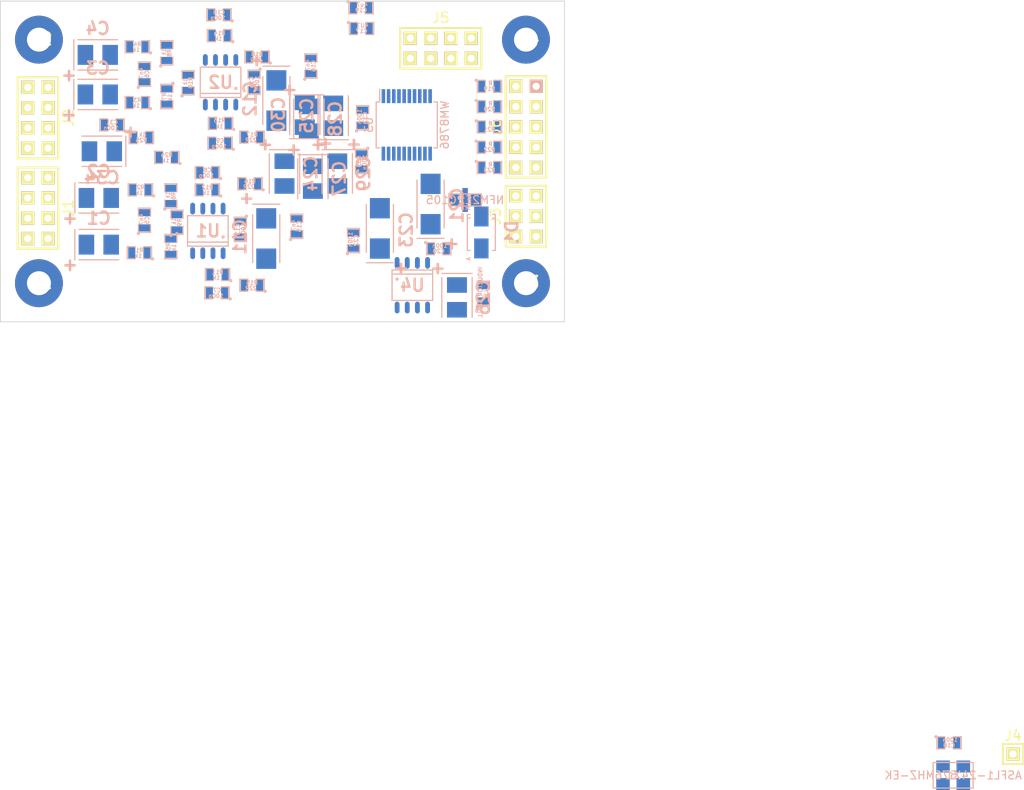
<source format=kicad_pcb>
(kicad_pcb (version 4) (host pcbnew "(2014-08-29 BZR 5106)-product")

  (general
    (links 170)
    (no_connects 170)
    (area 0.205999 -40.434001 70.914001 -0.205999)
    (thickness 1.6)
    (drawings 4)
    (tracks 0)
    (zones 0)
    (modules 77)
    (nets 48)
  )

  (page A4)
  (layers
    (0 F.Cu signal)
    (31 B.Cu signal)
    (32 B.Adhes user)
    (33 F.Adhes user)
    (34 B.Paste user)
    (35 F.Paste user)
    (36 B.SilkS user)
    (37 F.SilkS user)
    (38 B.Mask user)
    (39 F.Mask user)
    (40 Dwgs.User user)
    (41 Cmts.User user)
    (42 Eco1.User user)
    (43 Eco2.User user)
    (44 Edge.Cuts user)
    (45 Margin user)
    (46 B.CrtYd user)
    (47 F.CrtYd user)
    (48 B.Fab user)
    (49 F.Fab user)
  )

  (setup
    (last_trace_width 0.254)
    (user_trace_width 0.254)
    (user_trace_width 0.3)
    (user_trace_width 0.4)
    (user_trace_width 0.5)
    (trace_clearance 0.254)
    (zone_clearance 0.508)
    (zone_45_only no)
    (trace_min 0.254)
    (segment_width 0.2)
    (edge_width 0.1)
    (via_size 0.889)
    (via_drill 0.635)
    (via_min_size 0.889)
    (via_min_drill 0.508)
    (uvia_size 0.508)
    (uvia_drill 0.127)
    (uvias_allowed no)
    (uvia_min_size 0.508)
    (uvia_min_drill 0.127)
    (pcb_text_width 0.3)
    (pcb_text_size 1.5 1.5)
    (mod_edge_width 0.15)
    (mod_text_size 1 1)
    (mod_text_width 0.15)
    (pad_size 1.7 1.5)
    (pad_drill 0)
    (pad_to_mask_clearance 0)
    (aux_axis_origin 0 0)
    (visible_elements 7FFFFF7F)
    (pcbplotparams
      (layerselection 0x00030_80000001)
      (usegerberextensions false)
      (excludeedgelayer true)
      (linewidth 0.100000)
      (plotframeref false)
      (viasonmask false)
      (mode 1)
      (useauxorigin false)
      (hpglpennumber 1)
      (hpglpenspeed 20)
      (hpglpendiameter 15)
      (hpglpenoverlay 2)
      (psnegative false)
      (psa4output false)
      (plotreference true)
      (plotvalue true)
      (plotinvisibletext false)
      (padsonsilk false)
      (subtractmaskfromsilk false)
      (outputformat 1)
      (mirror false)
      (drillshape 1)
      (scaleselection 1)
      (outputdirectory ""))
  )

  (net 0 "")
  (net 1 "Net-(C1-Pad1)")
  (net 2 "Net-(C1-Pad2)")
  (net 3 "Net-(C2-Pad2)")
  (net 4 "Net-(C2-Pad1)")
  (net 5 "Net-(C3-Pad2)")
  (net 6 "Net-(C3-Pad1)")
  (net 7 "Net-(C4-Pad2)")
  (net 8 "Net-(C4-Pad1)")
  (net 9 "Net-(C5-Pad1)")
  (net 10 "Net-(C5-Pad2)")
  (net 11 "Net-(C6-Pad1)")
  (net 12 "Net-(C6-Pad2)")
  (net 13 "Net-(C7-Pad1)")
  (net 14 "Net-(C7-Pad2)")
  (net 15 "Net-(C8-Pad1)")
  (net 16 "Net-(C8-Pad2)")
  (net 17 "Net-(C9-Pad1)")
  (net 18 "Net-(C9-Pad2)")
  (net 19 "Net-(C10-Pad1)")
  (net 20 "Net-(C10-Pad2)")
  (net 21 GNDA)
  (net 22 +5V)
  (net 23 /AINR-)
  (net 24 /AINR+)
  (net 25 /AINL+)
  (net 26 /AINL-)
  (net 27 DGND)
  (net 28 +3.3V)
  (net 29 /VMIO)
  (net 30 /VREF)
  (net 31 /AVDD/2)
  (net 32 "Net-(D1-Pad2)")
  (net 33 "Net-(J4-Pad1)")
  (net 34 /MSO)
  (net 35 /AUDIOF1)
  (net 36 /OSR1)
  (net 37 /OSR0)
  (net 38 /AUDIOF0)
  (net 39 "Net-(U4-Pad2)")
  (net 40 "Net-(P1-Pad1)")
  (net 41 "Net-(P2-Pad1)")
  (net 42 "Net-(P3-Pad1)")
  (net 43 "Net-(P4-Pad1)")
  (net 44 /BCLK)
  (net 45 /LRCLK)
  (net 46 /DOUT)
  (net 47 /MCLK)

  (net_class Default "Toto je výchozí třída sítě."
    (clearance 0.254)
    (trace_width 0.254)
    (via_dia 0.889)
    (via_drill 0.635)
    (uvia_dia 0.508)
    (uvia_drill 0.127)
    (add_net +3.3V)
    (add_net +5V)
    (add_net /AINL+)
    (add_net /AINL-)
    (add_net /AINR+)
    (add_net /AINR-)
    (add_net /AUDIOF0)
    (add_net /AUDIOF1)
    (add_net /AVDD/2)
    (add_net /BCLK)
    (add_net /DOUT)
    (add_net /LRCLK)
    (add_net /MCLK)
    (add_net /MSO)
    (add_net /OSR0)
    (add_net /OSR1)
    (add_net /VMIO)
    (add_net /VREF)
    (add_net DGND)
    (add_net GNDA)
    (add_net "Net-(C1-Pad1)")
    (add_net "Net-(C1-Pad2)")
    (add_net "Net-(C10-Pad1)")
    (add_net "Net-(C10-Pad2)")
    (add_net "Net-(C2-Pad1)")
    (add_net "Net-(C2-Pad2)")
    (add_net "Net-(C3-Pad1)")
    (add_net "Net-(C3-Pad2)")
    (add_net "Net-(C4-Pad1)")
    (add_net "Net-(C4-Pad2)")
    (add_net "Net-(C5-Pad1)")
    (add_net "Net-(C5-Pad2)")
    (add_net "Net-(C6-Pad1)")
    (add_net "Net-(C6-Pad2)")
    (add_net "Net-(C7-Pad1)")
    (add_net "Net-(C7-Pad2)")
    (add_net "Net-(C8-Pad1)")
    (add_net "Net-(C8-Pad2)")
    (add_net "Net-(C9-Pad1)")
    (add_net "Net-(C9-Pad2)")
    (add_net "Net-(D1-Pad2)")
    (add_net "Net-(J4-Pad1)")
    (add_net "Net-(P1-Pad1)")
    (add_net "Net-(P2-Pad1)")
    (add_net "Net-(P3-Pad1)")
    (add_net "Net-(P4-Pad1)")
    (add_net "Net-(U4-Pad2)")
  )

  (module MLAB_C:TantalC_SizeB_Reflow (layer B.Cu) (tedit 54799CFA) (tstamp 5479A91B)
    (at 12.573 -9.906 180)
    (descr "Tantal Cap. , Size B, EIA-3528, Reflow,")
    (tags "Tantal Cap. , Size B, EIA-3528, Reflow,")
    (path /546DB268)
    (attr smd)
    (fp_text reference C1 (at 0 3.302 180) (layer B.SilkS)
      (effects (font (thickness 0.3048)) (justify mirror))
    )
    (fp_text value 10u (at 0.254 -3.556 180) (layer B.SilkS) hide
      (effects (font (thickness 0.3048)) (justify mirror))
    )
    (fp_text user + (at 3.59918 -2.49936 360) (layer B.SilkS)
      (effects (font (thickness 0.3048)) (justify mirror))
    )
    (fp_line (start 2.99974 -1.89992) (end 2.99974 1.89992) (layer B.SilkS) (width 0.15))
    (fp_line (start -2.49936 -1.89992) (end 2.49936 -1.89992) (layer B.SilkS) (width 0.15))
    (fp_line (start -2.49682 1.89992) (end 2.5019 1.89992) (layer B.SilkS) (width 0.15))
    (fp_line (start 3.60172 -3.00228) (end 3.60172 -1.90246) (layer B.SilkS) (width 0.15))
    (fp_line (start 4.20116 -2.5019) (end 3.00228 -2.5019) (layer B.SilkS) (width 0.15))
    (pad 2 smd rect (at -1.5494 0) (size 1.95072 2.49936) (layers B.Cu B.Paste B.Mask)
      (net 2 "Net-(C1-Pad2)"))
    (pad 1 smd rect (at 1.5494 0) (size 1.95072 2.49936) (layers B.Cu B.Paste B.Mask)
      (net 1 "Net-(C1-Pad1)"))
    (model MLAB_3D/Capacitors/c_tant_B.wrl
      (at (xyz 0 0 0))
      (scale (xyz 1 1 1))
      (rotate (xyz 0 0 0))
    )
  )

  (module MLAB_C:TantalC_SizeB_Reflow (layer B.Cu) (tedit 54799CFA) (tstamp 5479A920)
    (at 12.573 -15.748 180)
    (descr "Tantal Cap. , Size B, EIA-3528, Reflow,")
    (tags "Tantal Cap. , Size B, EIA-3528, Reflow,")
    (path /546DB269)
    (attr smd)
    (fp_text reference C2 (at 0 3.302 180) (layer B.SilkS)
      (effects (font (thickness 0.3048)) (justify mirror))
    )
    (fp_text value 10u (at 0.254 -3.556 180) (layer B.SilkS) hide
      (effects (font (thickness 0.3048)) (justify mirror))
    )
    (fp_text user + (at 3.59918 -2.49936 360) (layer B.SilkS)
      (effects (font (thickness 0.3048)) (justify mirror))
    )
    (fp_line (start 2.99974 -1.89992) (end 2.99974 1.89992) (layer B.SilkS) (width 0.15))
    (fp_line (start -2.49936 -1.89992) (end 2.49936 -1.89992) (layer B.SilkS) (width 0.15))
    (fp_line (start -2.49682 1.89992) (end 2.5019 1.89992) (layer B.SilkS) (width 0.15))
    (fp_line (start 3.60172 -3.00228) (end 3.60172 -1.90246) (layer B.SilkS) (width 0.15))
    (fp_line (start 4.20116 -2.5019) (end 3.00228 -2.5019) (layer B.SilkS) (width 0.15))
    (pad 2 smd rect (at -1.5494 0) (size 1.95072 2.49936) (layers B.Cu B.Paste B.Mask)
      (net 3 "Net-(C2-Pad2)"))
    (pad 1 smd rect (at 1.5494 0) (size 1.95072 2.49936) (layers B.Cu B.Paste B.Mask)
      (net 4 "Net-(C2-Pad1)"))
    (model MLAB_3D/Capacitors/c_tant_B.wrl
      (at (xyz 0 0 0))
      (scale (xyz 1 1 1))
      (rotate (xyz 0 0 0))
    )
  )

  (module MLAB_C:TantalC_SizeB_Reflow (layer B.Cu) (tedit 54799CFA) (tstamp 5479A92A)
    (at 12.446 -28.702 180)
    (descr "Tantal Cap. , Size B, EIA-3528, Reflow,")
    (tags "Tantal Cap. , Size B, EIA-3528, Reflow,")
    (path /546DB283)
    (attr smd)
    (fp_text reference C3 (at 0 3.302 180) (layer B.SilkS)
      (effects (font (thickness 0.3048)) (justify mirror))
    )
    (fp_text value 10u (at 0.254 -3.556 180) (layer B.SilkS) hide
      (effects (font (thickness 0.3048)) (justify mirror))
    )
    (fp_text user + (at 3.59918 -2.49936 360) (layer B.SilkS)
      (effects (font (thickness 0.3048)) (justify mirror))
    )
    (fp_line (start 2.99974 -1.89992) (end 2.99974 1.89992) (layer B.SilkS) (width 0.15))
    (fp_line (start -2.49936 -1.89992) (end 2.49936 -1.89992) (layer B.SilkS) (width 0.15))
    (fp_line (start -2.49682 1.89992) (end 2.5019 1.89992) (layer B.SilkS) (width 0.15))
    (fp_line (start 3.60172 -3.00228) (end 3.60172 -1.90246) (layer B.SilkS) (width 0.15))
    (fp_line (start 4.20116 -2.5019) (end 3.00228 -2.5019) (layer B.SilkS) (width 0.15))
    (pad 2 smd rect (at -1.5494 0) (size 1.95072 2.49936) (layers B.Cu B.Paste B.Mask)
      (net 5 "Net-(C3-Pad2)"))
    (pad 1 smd rect (at 1.5494 0) (size 1.95072 2.49936) (layers B.Cu B.Paste B.Mask)
      (net 6 "Net-(C3-Pad1)"))
    (model MLAB_3D/Capacitors/c_tant_B.wrl
      (at (xyz 0 0 0))
      (scale (xyz 1 1 1))
      (rotate (xyz 0 0 0))
    )
  )

  (module MLAB_C:TantalC_SizeB_Reflow (layer B.Cu) (tedit 54799CFA) (tstamp 5479A930)
    (at 12.446 -33.655 180)
    (descr "Tantal Cap. , Size B, EIA-3528, Reflow,")
    (tags "Tantal Cap. , Size B, EIA-3528, Reflow,")
    (path /546DB284)
    (attr smd)
    (fp_text reference C4 (at 0 3.302 180) (layer B.SilkS)
      (effects (font (thickness 0.3048)) (justify mirror))
    )
    (fp_text value 10u (at 0.254 -3.556 180) (layer B.SilkS) hide
      (effects (font (thickness 0.3048)) (justify mirror))
    )
    (fp_text user + (at 3.59918 -2.49936 360) (layer B.SilkS)
      (effects (font (thickness 0.3048)) (justify mirror))
    )
    (fp_line (start 2.99974 -1.89992) (end 2.99974 1.89992) (layer B.SilkS) (width 0.15))
    (fp_line (start -2.49936 -1.89992) (end 2.49936 -1.89992) (layer B.SilkS) (width 0.15))
    (fp_line (start -2.49682 1.89992) (end 2.5019 1.89992) (layer B.SilkS) (width 0.15))
    (fp_line (start 3.60172 -3.00228) (end 3.60172 -1.90246) (layer B.SilkS) (width 0.15))
    (fp_line (start 4.20116 -2.5019) (end 3.00228 -2.5019) (layer B.SilkS) (width 0.15))
    (pad 2 smd rect (at -1.5494 0) (size 1.95072 2.49936) (layers B.Cu B.Paste B.Mask)
      (net 7 "Net-(C4-Pad2)"))
    (pad 1 smd rect (at 1.5494 0) (size 1.95072 2.49936) (layers B.Cu B.Paste B.Mask)
      (net 8 "Net-(C4-Pad1)"))
    (model MLAB_3D/Capacitors/c_tant_B.wrl
      (at (xyz 0 0 0))
      (scale (xyz 1 1 1))
      (rotate (xyz 0 0 0))
    )
  )

  (module MLAB_R:SMD-0805 (layer B.Cu) (tedit 54799E0C) (tstamp 5479A936)
    (at 18.288 -12.954 90)
    (path /546DB26C)
    (attr smd)
    (fp_text reference C5 (at 0 0.3175 90) (layer B.SilkS)
      (effects (font (size 0.50038 0.50038) (thickness 0.10922)) (justify mirror))
    )
    (fp_text value 4n7 (at 0.127 -0.381 90) (layer B.SilkS)
      (effects (font (size 0.50038 0.50038) (thickness 0.10922)) (justify mirror))
    )
    (fp_circle (center -1.651 -0.762) (end -1.651 -0.635) (layer B.SilkS) (width 0.15))
    (fp_line (start -0.508 -0.762) (end -1.524 -0.762) (layer B.SilkS) (width 0.15))
    (fp_line (start -1.524 -0.762) (end -1.524 0.762) (layer B.SilkS) (width 0.15))
    (fp_line (start -1.524 0.762) (end -0.508 0.762) (layer B.SilkS) (width 0.15))
    (fp_line (start 0.508 0.762) (end 1.524 0.762) (layer B.SilkS) (width 0.15))
    (fp_line (start 1.524 0.762) (end 1.524 -0.762) (layer B.SilkS) (width 0.15))
    (fp_line (start 1.524 -0.762) (end 0.508 -0.762) (layer B.SilkS) (width 0.15))
    (pad 1 smd rect (at -0.9525 0 90) (size 0.889 1.397) (layers B.Cu B.Paste B.Mask)
      (net 9 "Net-(C5-Pad1)"))
    (pad 2 smd rect (at 0.9525 0 90) (size 0.889 1.397) (layers B.Cu B.Paste B.Mask)
      (net 10 "Net-(C5-Pad2)"))
    (model MLAB_3D/Resistors/chip_cms.wrl
      (at (xyz 0 0 0))
      (scale (xyz 0.1 0.1 0.1))
      (rotate (xyz 0 0 0))
    )
  )

  (module MLAB_R:SMD-0805 (layer B.Cu) (tedit 54799E0C) (tstamp 5479EC5A)
    (at 18.288 -31.242 90)
    (path /546DB287)
    (attr smd)
    (fp_text reference C6 (at 0 0.3175 90) (layer B.SilkS)
      (effects (font (size 0.50038 0.50038) (thickness 0.10922)) (justify mirror))
    )
    (fp_text value 4n7 (at 0.127 -0.381 90) (layer B.SilkS)
      (effects (font (size 0.50038 0.50038) (thickness 0.10922)) (justify mirror))
    )
    (fp_circle (center -1.651 -0.762) (end -1.651 -0.635) (layer B.SilkS) (width 0.15))
    (fp_line (start -0.508 -0.762) (end -1.524 -0.762) (layer B.SilkS) (width 0.15))
    (fp_line (start -1.524 -0.762) (end -1.524 0.762) (layer B.SilkS) (width 0.15))
    (fp_line (start -1.524 0.762) (end -0.508 0.762) (layer B.SilkS) (width 0.15))
    (fp_line (start 0.508 0.762) (end 1.524 0.762) (layer B.SilkS) (width 0.15))
    (fp_line (start 1.524 0.762) (end 1.524 -0.762) (layer B.SilkS) (width 0.15))
    (fp_line (start 1.524 -0.762) (end 0.508 -0.762) (layer B.SilkS) (width 0.15))
    (pad 1 smd rect (at -0.9525 0 90) (size 0.889 1.397) (layers B.Cu B.Paste B.Mask)
      (net 11 "Net-(C6-Pad1)"))
    (pad 2 smd rect (at 0.9525 0 90) (size 0.889 1.397) (layers B.Cu B.Paste B.Mask)
      (net 12 "Net-(C6-Pad2)"))
    (model MLAB_3D/Resistors/chip_cms.wrl
      (at (xyz 0 0 0))
      (scale (xyz 0.1 0.1 0.1))
      (rotate (xyz 0 0 0))
    )
  )

  (module MLAB_R:SMD-0805 (layer B.Cu) (tedit 54799E0C) (tstamp 5479A942)
    (at 27.3685 -3.8735 180)
    (path /546DB272)
    (attr smd)
    (fp_text reference C7 (at 0 0.3175 180) (layer B.SilkS)
      (effects (font (size 0.50038 0.50038) (thickness 0.10922)) (justify mirror))
    )
    (fp_text value 100p (at 0.127 -0.381 180) (layer B.SilkS)
      (effects (font (size 0.50038 0.50038) (thickness 0.10922)) (justify mirror))
    )
    (fp_circle (center -1.651 -0.762) (end -1.651 -0.635) (layer B.SilkS) (width 0.15))
    (fp_line (start -0.508 -0.762) (end -1.524 -0.762) (layer B.SilkS) (width 0.15))
    (fp_line (start -1.524 -0.762) (end -1.524 0.762) (layer B.SilkS) (width 0.15))
    (fp_line (start -1.524 0.762) (end -0.508 0.762) (layer B.SilkS) (width 0.15))
    (fp_line (start 0.508 0.762) (end 1.524 0.762) (layer B.SilkS) (width 0.15))
    (fp_line (start 1.524 0.762) (end 1.524 -0.762) (layer B.SilkS) (width 0.15))
    (fp_line (start 1.524 -0.762) (end 0.508 -0.762) (layer B.SilkS) (width 0.15))
    (pad 1 smd rect (at -0.9525 0 180) (size 0.889 1.397) (layers B.Cu B.Paste B.Mask)
      (net 13 "Net-(C7-Pad1)"))
    (pad 2 smd rect (at 0.9525 0 180) (size 0.889 1.397) (layers B.Cu B.Paste B.Mask)
      (net 14 "Net-(C7-Pad2)"))
    (model MLAB_3D/Resistors/chip_cms.wrl
      (at (xyz 0 0 0))
      (scale (xyz 0.1 0.1 0.1))
      (rotate (xyz 0 0 0))
    )
  )

  (module MLAB_R:SMD-0805 (layer B.Cu) (tedit 54799E0C) (tstamp 5479A948)
    (at 26.162 -18.923 180)
    (path /546DB273)
    (attr smd)
    (fp_text reference C8 (at 0 0.3175 180) (layer B.SilkS)
      (effects (font (size 0.50038 0.50038) (thickness 0.10922)) (justify mirror))
    )
    (fp_text value 100p (at 0.127 -0.381 180) (layer B.SilkS)
      (effects (font (size 0.50038 0.50038) (thickness 0.10922)) (justify mirror))
    )
    (fp_circle (center -1.651 -0.762) (end -1.651 -0.635) (layer B.SilkS) (width 0.15))
    (fp_line (start -0.508 -0.762) (end -1.524 -0.762) (layer B.SilkS) (width 0.15))
    (fp_line (start -1.524 -0.762) (end -1.524 0.762) (layer B.SilkS) (width 0.15))
    (fp_line (start -1.524 0.762) (end -0.508 0.762) (layer B.SilkS) (width 0.15))
    (fp_line (start 0.508 0.762) (end 1.524 0.762) (layer B.SilkS) (width 0.15))
    (fp_line (start 1.524 0.762) (end 1.524 -0.762) (layer B.SilkS) (width 0.15))
    (fp_line (start 1.524 -0.762) (end 0.508 -0.762) (layer B.SilkS) (width 0.15))
    (pad 1 smd rect (at -0.9525 0 180) (size 0.889 1.397) (layers B.Cu B.Paste B.Mask)
      (net 15 "Net-(C8-Pad1)"))
    (pad 2 smd rect (at 0.9525 0 180) (size 0.889 1.397) (layers B.Cu B.Paste B.Mask)
      (net 16 "Net-(C8-Pad2)"))
    (model MLAB_3D/Resistors/chip_cms.wrl
      (at (xyz 0 0 0))
      (scale (xyz 0.1 0.1 0.1))
      (rotate (xyz 0 0 0))
    )
  )

  (module MLAB_R:SMD-0805 (layer B.Cu) (tedit 54799E0C) (tstamp 5479A94E)
    (at 27.7495 -22.606 180)
    (path /546DB28D)
    (attr smd)
    (fp_text reference C9 (at 0 0.3175 180) (layer B.SilkS)
      (effects (font (size 0.50038 0.50038) (thickness 0.10922)) (justify mirror))
    )
    (fp_text value 100p (at 0.127 -0.381 180) (layer B.SilkS)
      (effects (font (size 0.50038 0.50038) (thickness 0.10922)) (justify mirror))
    )
    (fp_circle (center -1.651 -0.762) (end -1.651 -0.635) (layer B.SilkS) (width 0.15))
    (fp_line (start -0.508 -0.762) (end -1.524 -0.762) (layer B.SilkS) (width 0.15))
    (fp_line (start -1.524 -0.762) (end -1.524 0.762) (layer B.SilkS) (width 0.15))
    (fp_line (start -1.524 0.762) (end -0.508 0.762) (layer B.SilkS) (width 0.15))
    (fp_line (start 0.508 0.762) (end 1.524 0.762) (layer B.SilkS) (width 0.15))
    (fp_line (start 1.524 0.762) (end 1.524 -0.762) (layer B.SilkS) (width 0.15))
    (fp_line (start 1.524 -0.762) (end 0.508 -0.762) (layer B.SilkS) (width 0.15))
    (pad 1 smd rect (at -0.9525 0 180) (size 0.889 1.397) (layers B.Cu B.Paste B.Mask)
      (net 17 "Net-(C9-Pad1)"))
    (pad 2 smd rect (at 0.9525 0 180) (size 0.889 1.397) (layers B.Cu B.Paste B.Mask)
      (net 18 "Net-(C9-Pad2)"))
    (model MLAB_3D/Resistors/chip_cms.wrl
      (at (xyz 0 0 0))
      (scale (xyz 0.1 0.1 0.1))
      (rotate (xyz 0 0 0))
    )
  )

  (module MLAB_R:SMD-0805 (layer B.Cu) (tedit 54799E0C) (tstamp 5479A954)
    (at 27.6225 -38.6715 180)
    (path /546DB28E)
    (attr smd)
    (fp_text reference C10 (at 0 0.3175 180) (layer B.SilkS)
      (effects (font (size 0.50038 0.50038) (thickness 0.10922)) (justify mirror))
    )
    (fp_text value 100p (at 0.127 -0.381 180) (layer B.SilkS)
      (effects (font (size 0.50038 0.50038) (thickness 0.10922)) (justify mirror))
    )
    (fp_circle (center -1.651 -0.762) (end -1.651 -0.635) (layer B.SilkS) (width 0.15))
    (fp_line (start -0.508 -0.762) (end -1.524 -0.762) (layer B.SilkS) (width 0.15))
    (fp_line (start -1.524 -0.762) (end -1.524 0.762) (layer B.SilkS) (width 0.15))
    (fp_line (start -1.524 0.762) (end -0.508 0.762) (layer B.SilkS) (width 0.15))
    (fp_line (start 0.508 0.762) (end 1.524 0.762) (layer B.SilkS) (width 0.15))
    (fp_line (start 1.524 0.762) (end 1.524 -0.762) (layer B.SilkS) (width 0.15))
    (fp_line (start 1.524 -0.762) (end 0.508 -0.762) (layer B.SilkS) (width 0.15))
    (pad 1 smd rect (at -0.9525 0 180) (size 0.889 1.397) (layers B.Cu B.Paste B.Mask)
      (net 19 "Net-(C10-Pad1)"))
    (pad 2 smd rect (at 0.9525 0 180) (size 0.889 1.397) (layers B.Cu B.Paste B.Mask)
      (net 20 "Net-(C10-Pad2)"))
    (model MLAB_3D/Resistors/chip_cms.wrl
      (at (xyz 0 0 0))
      (scale (xyz 0.1 0.1 0.1))
      (rotate (xyz 0 0 0))
    )
  )

  (module MLAB_C:TantalC_SizeC_Reflow (layer B.Cu) (tedit 54799D04) (tstamp 5479A95A)
    (at 33.528 -10.668 270)
    (descr "Tantal Cap. , Size C, EIA-6032, Reflow,")
    (tags "Tantal Cap. , Size C, EIA-6032, Reflow,")
    (path /546DB281)
    (attr smd)
    (fp_text reference C11 (at -0.20066 3.29946 270) (layer B.SilkS)
      (effects (font (thickness 0.3048)) (justify mirror))
    )
    (fp_text value 47u (at -0.09906 -3.59918 270) (layer B.SilkS) hide
      (effects (font (thickness 0.3048)) (justify mirror))
    )
    (fp_line (start -4.30022 1.69926) (end -4.30022 -1.69926) (layer B.SilkS) (width 0.15))
    (fp_line (start 2.99974 -1.69926) (end -2.99974 -1.69926) (layer B.SilkS) (width 0.15))
    (fp_line (start 2.99974 1.69926) (end -2.99974 1.69926) (layer B.SilkS) (width 0.15))
    (fp_text user + (at -4.99872 2.55016 270) (layer B.SilkS)
      (effects (font (thickness 0.3048)) (justify mirror))
    )
    (fp_line (start -5.00126 3.05308) (end -5.00126 1.95326) (layer B.SilkS) (width 0.15))
    (fp_line (start -5.6007 2.5527) (end -4.40182 2.5527) (layer B.SilkS) (width 0.15))
    (pad 2 smd rect (at 2.52476 0 270) (size 2.55016 2.49936) (layers B.Cu B.Paste B.Mask)
      (net 21 GNDA))
    (pad 1 smd rect (at -2.52476 0 270) (size 2.55016 2.49936) (layers B.Cu B.Paste B.Mask)
      (net 22 +5V))
    (model MLAB_3D/Capacitors/c_tant_C.wrl
      (at (xyz 0 0 0))
      (scale (xyz 1 1 1))
      (rotate (xyz 0 0 180))
    )
  )

  (module MLAB_C:TantalC_SizeC_Reflow (layer B.Cu) (tedit 54799D04) (tstamp 5479A960)
    (at 34.798 -27.94 270)
    (descr "Tantal Cap. , Size C, EIA-6032, Reflow,")
    (tags "Tantal Cap. , Size C, EIA-6032, Reflow,")
    (path /546DB29C)
    (attr smd)
    (fp_text reference C12 (at -0.20066 3.29946 270) (layer B.SilkS)
      (effects (font (thickness 0.3048)) (justify mirror))
    )
    (fp_text value 47u (at -0.09906 -3.59918 270) (layer B.SilkS) hide
      (effects (font (thickness 0.3048)) (justify mirror))
    )
    (fp_line (start -4.30022 1.69926) (end -4.30022 -1.69926) (layer B.SilkS) (width 0.15))
    (fp_line (start 2.99974 -1.69926) (end -2.99974 -1.69926) (layer B.SilkS) (width 0.15))
    (fp_line (start 2.99974 1.69926) (end -2.99974 1.69926) (layer B.SilkS) (width 0.15))
    (fp_text user + (at -4.99872 2.55016 270) (layer B.SilkS)
      (effects (font (thickness 0.3048)) (justify mirror))
    )
    (fp_line (start -5.00126 3.05308) (end -5.00126 1.95326) (layer B.SilkS) (width 0.15))
    (fp_line (start -5.6007 2.5527) (end -4.40182 2.5527) (layer B.SilkS) (width 0.15))
    (pad 2 smd rect (at 2.52476 0 270) (size 2.55016 2.49936) (layers B.Cu B.Paste B.Mask)
      (net 21 GNDA))
    (pad 1 smd rect (at -2.52476 0 270) (size 2.55016 2.49936) (layers B.Cu B.Paste B.Mask)
      (net 22 +5V))
    (model MLAB_3D/Capacitors/c_tant_C.wrl
      (at (xyz 0 0 0))
      (scale (xyz 1 1 1))
      (rotate (xyz 0 0 180))
    )
  )

  (module MLAB_R:SMD-0805 (layer B.Cu) (tedit 54799E0C) (tstamp 5479A966)
    (at 30.2895 -11.811 270)
    (path /546DB282)
    (attr smd)
    (fp_text reference C13 (at 0 0.3175 270) (layer B.SilkS)
      (effects (font (size 0.50038 0.50038) (thickness 0.10922)) (justify mirror))
    )
    (fp_text value 100n (at 0.127 -0.381 270) (layer B.SilkS)
      (effects (font (size 0.50038 0.50038) (thickness 0.10922)) (justify mirror))
    )
    (fp_circle (center -1.651 -0.762) (end -1.651 -0.635) (layer B.SilkS) (width 0.15))
    (fp_line (start -0.508 -0.762) (end -1.524 -0.762) (layer B.SilkS) (width 0.15))
    (fp_line (start -1.524 -0.762) (end -1.524 0.762) (layer B.SilkS) (width 0.15))
    (fp_line (start -1.524 0.762) (end -0.508 0.762) (layer B.SilkS) (width 0.15))
    (fp_line (start 0.508 0.762) (end 1.524 0.762) (layer B.SilkS) (width 0.15))
    (fp_line (start 1.524 0.762) (end 1.524 -0.762) (layer B.SilkS) (width 0.15))
    (fp_line (start 1.524 -0.762) (end 0.508 -0.762) (layer B.SilkS) (width 0.15))
    (pad 1 smd rect (at -0.9525 0 270) (size 0.889 1.397) (layers B.Cu B.Paste B.Mask)
      (net 22 +5V))
    (pad 2 smd rect (at 0.9525 0 270) (size 0.889 1.397) (layers B.Cu B.Paste B.Mask)
      (net 21 GNDA))
    (model MLAB_3D/Resistors/chip_cms.wrl
      (at (xyz 0 0 0))
      (scale (xyz 0.1 0.1 0.1))
      (rotate (xyz 0 0 0))
    )
  )

  (module MLAB_R:SMD-0805 (layer B.Cu) (tedit 54799E0C) (tstamp 5479A96C)
    (at 32.004 -30.226 270)
    (path /546DB29D)
    (attr smd)
    (fp_text reference C14 (at 0 0.3175 270) (layer B.SilkS)
      (effects (font (size 0.50038 0.50038) (thickness 0.10922)) (justify mirror))
    )
    (fp_text value 100n (at 0.127 -0.381 270) (layer B.SilkS)
      (effects (font (size 0.50038 0.50038) (thickness 0.10922)) (justify mirror))
    )
    (fp_circle (center -1.651 -0.762) (end -1.651 -0.635) (layer B.SilkS) (width 0.15))
    (fp_line (start -0.508 -0.762) (end -1.524 -0.762) (layer B.SilkS) (width 0.15))
    (fp_line (start -1.524 -0.762) (end -1.524 0.762) (layer B.SilkS) (width 0.15))
    (fp_line (start -1.524 0.762) (end -0.508 0.762) (layer B.SilkS) (width 0.15))
    (fp_line (start 0.508 0.762) (end 1.524 0.762) (layer B.SilkS) (width 0.15))
    (fp_line (start 1.524 0.762) (end 1.524 -0.762) (layer B.SilkS) (width 0.15))
    (fp_line (start 1.524 -0.762) (end 0.508 -0.762) (layer B.SilkS) (width 0.15))
    (pad 1 smd rect (at -0.9525 0 270) (size 0.889 1.397) (layers B.Cu B.Paste B.Mask)
      (net 22 +5V))
    (pad 2 smd rect (at 0.9525 0 270) (size 0.889 1.397) (layers B.Cu B.Paste B.Mask)
      (net 21 GNDA))
    (model MLAB_3D/Resistors/chip_cms.wrl
      (at (xyz 0 0 0))
      (scale (xyz 0.1 0.1 0.1))
      (rotate (xyz 0 0 0))
    )
  )

  (module MLAB_R:SMD-0805 (layer B.Cu) (tedit 54799E0C) (tstamp 5479A972)
    (at 37.338 -12.192 90)
    (path /546DB276)
    (attr smd)
    (fp_text reference C15 (at 0 0.3175 90) (layer B.SilkS)
      (effects (font (size 0.50038 0.50038) (thickness 0.10922)) (justify mirror))
    )
    (fp_text value 4n7 (at 0.127 -0.381 90) (layer B.SilkS)
      (effects (font (size 0.50038 0.50038) (thickness 0.10922)) (justify mirror))
    )
    (fp_circle (center -1.651 -0.762) (end -1.651 -0.635) (layer B.SilkS) (width 0.15))
    (fp_line (start -0.508 -0.762) (end -1.524 -0.762) (layer B.SilkS) (width 0.15))
    (fp_line (start -1.524 -0.762) (end -1.524 0.762) (layer B.SilkS) (width 0.15))
    (fp_line (start -1.524 0.762) (end -0.508 0.762) (layer B.SilkS) (width 0.15))
    (fp_line (start 0.508 0.762) (end 1.524 0.762) (layer B.SilkS) (width 0.15))
    (fp_line (start 1.524 0.762) (end 1.524 -0.762) (layer B.SilkS) (width 0.15))
    (fp_line (start 1.524 -0.762) (end 0.508 -0.762) (layer B.SilkS) (width 0.15))
    (pad 1 smd rect (at -0.9525 0 90) (size 0.889 1.397) (layers B.Cu B.Paste B.Mask)
      (net 23 /AINR-))
    (pad 2 smd rect (at 0.9525 0 90) (size 0.889 1.397) (layers B.Cu B.Paste B.Mask)
      (net 24 /AINR+))
    (model MLAB_3D/Resistors/chip_cms.wrl
      (at (xyz 0 0 0))
      (scale (xyz 0.1 0.1 0.1))
      (rotate (xyz 0 0 0))
    )
  )

  (module MLAB_R:SMD-0805 (layer B.Cu) (tedit 54799E0C) (tstamp 5479A978)
    (at 39.116 -32.258 90)
    (path /546DB291)
    (attr smd)
    (fp_text reference C16 (at 0 0.3175 90) (layer B.SilkS)
      (effects (font (size 0.50038 0.50038) (thickness 0.10922)) (justify mirror))
    )
    (fp_text value 4n7 (at 0.127 -0.381 90) (layer B.SilkS)
      (effects (font (size 0.50038 0.50038) (thickness 0.10922)) (justify mirror))
    )
    (fp_circle (center -1.651 -0.762) (end -1.651 -0.635) (layer B.SilkS) (width 0.15))
    (fp_line (start -0.508 -0.762) (end -1.524 -0.762) (layer B.SilkS) (width 0.15))
    (fp_line (start -1.524 -0.762) (end -1.524 0.762) (layer B.SilkS) (width 0.15))
    (fp_line (start -1.524 0.762) (end -0.508 0.762) (layer B.SilkS) (width 0.15))
    (fp_line (start 0.508 0.762) (end 1.524 0.762) (layer B.SilkS) (width 0.15))
    (fp_line (start 1.524 0.762) (end 1.524 -0.762) (layer B.SilkS) (width 0.15))
    (fp_line (start 1.524 -0.762) (end 0.508 -0.762) (layer B.SilkS) (width 0.15))
    (pad 1 smd rect (at -0.9525 0 90) (size 0.889 1.397) (layers B.Cu B.Paste B.Mask)
      (net 25 /AINL+))
    (pad 2 smd rect (at 0.9525 0 90) (size 0.889 1.397) (layers B.Cu B.Paste B.Mask)
      (net 26 /AINL-))
    (model MLAB_3D/Resistors/chip_cms.wrl
      (at (xyz 0 0 0))
      (scale (xyz 0.1 0.1 0.1))
      (rotate (xyz 0 0 0))
    )
  )

  (module MLAB_R:SMD-0805 (layer B.Cu) (tedit 54799E0C) (tstamp 5479A97E)
    (at 45.466 -36.957)
    (path /546DB2D1)
    (attr smd)
    (fp_text reference C17 (at 0 0.3175) (layer B.SilkS)
      (effects (font (size 0.50038 0.50038) (thickness 0.10922)) (justify mirror))
    )
    (fp_text value 4U7 (at 0.127 -0.381) (layer B.SilkS)
      (effects (font (size 0.50038 0.50038) (thickness 0.10922)) (justify mirror))
    )
    (fp_circle (center -1.651 -0.762) (end -1.651 -0.635) (layer B.SilkS) (width 0.15))
    (fp_line (start -0.508 -0.762) (end -1.524 -0.762) (layer B.SilkS) (width 0.15))
    (fp_line (start -1.524 -0.762) (end -1.524 0.762) (layer B.SilkS) (width 0.15))
    (fp_line (start -1.524 0.762) (end -0.508 0.762) (layer B.SilkS) (width 0.15))
    (fp_line (start 0.508 0.762) (end 1.524 0.762) (layer B.SilkS) (width 0.15))
    (fp_line (start 1.524 0.762) (end 1.524 -0.762) (layer B.SilkS) (width 0.15))
    (fp_line (start 1.524 -0.762) (end 0.508 -0.762) (layer B.SilkS) (width 0.15))
    (pad 1 smd rect (at -0.9525 0) (size 0.889 1.397) (layers B.Cu B.Paste B.Mask)
      (net 27 DGND))
    (pad 2 smd rect (at 0.9525 0) (size 0.889 1.397) (layers B.Cu B.Paste B.Mask)
      (net 28 +3.3V))
    (model MLAB_3D/Resistors/chip_cms.wrl
      (at (xyz 0 0 0))
      (scale (xyz 0.1 0.1 0.1))
      (rotate (xyz 0 0 0))
    )
  )

  (module MLAB_R:SMD-0805 (layer B.Cu) (tedit 54799E0C) (tstamp 5479A984)
    (at 118.999 52.451)
    (path /5479B8D7)
    (attr smd)
    (fp_text reference C18 (at 0 0.3175) (layer B.SilkS)
      (effects (font (size 0.50038 0.50038) (thickness 0.10922)) (justify mirror))
    )
    (fp_text value 100n (at 0.127 -0.381) (layer B.SilkS)
      (effects (font (size 0.50038 0.50038) (thickness 0.10922)) (justify mirror))
    )
    (fp_circle (center -1.651 -0.762) (end -1.651 -0.635) (layer B.SilkS) (width 0.15))
    (fp_line (start -0.508 -0.762) (end -1.524 -0.762) (layer B.SilkS) (width 0.15))
    (fp_line (start -1.524 -0.762) (end -1.524 0.762) (layer B.SilkS) (width 0.15))
    (fp_line (start -1.524 0.762) (end -0.508 0.762) (layer B.SilkS) (width 0.15))
    (fp_line (start 0.508 0.762) (end 1.524 0.762) (layer B.SilkS) (width 0.15))
    (fp_line (start 1.524 0.762) (end 1.524 -0.762) (layer B.SilkS) (width 0.15))
    (fp_line (start 1.524 -0.762) (end 0.508 -0.762) (layer B.SilkS) (width 0.15))
    (pad 1 smd rect (at -0.9525 0) (size 0.889 1.397) (layers B.Cu B.Paste B.Mask)
      (net 28 +3.3V))
    (pad 2 smd rect (at 0.9525 0) (size 0.889 1.397) (layers B.Cu B.Paste B.Mask)
      (net 27 DGND))
    (model MLAB_3D/Resistors/chip_cms.wrl
      (at (xyz 0 0 0))
      (scale (xyz 0.1 0.1 0.1))
      (rotate (xyz 0 0 0))
    )
  )

  (module MLAB_R:SMD-0805 (layer B.Cu) (tedit 54799E0C) (tstamp 5479A98A)
    (at 45.4025 -39.5605)
    (path /546DB2BE)
    (attr smd)
    (fp_text reference C19 (at 0 0.3175) (layer B.SilkS)
      (effects (font (size 0.50038 0.50038) (thickness 0.10922)) (justify mirror))
    )
    (fp_text value 4u7 (at 0.127 -0.381) (layer B.SilkS)
      (effects (font (size 0.50038 0.50038) (thickness 0.10922)) (justify mirror))
    )
    (fp_circle (center -1.651 -0.762) (end -1.651 -0.635) (layer B.SilkS) (width 0.15))
    (fp_line (start -0.508 -0.762) (end -1.524 -0.762) (layer B.SilkS) (width 0.15))
    (fp_line (start -1.524 -0.762) (end -1.524 0.762) (layer B.SilkS) (width 0.15))
    (fp_line (start -1.524 0.762) (end -0.508 0.762) (layer B.SilkS) (width 0.15))
    (fp_line (start 0.508 0.762) (end 1.524 0.762) (layer B.SilkS) (width 0.15))
    (fp_line (start 1.524 0.762) (end 1.524 -0.762) (layer B.SilkS) (width 0.15))
    (fp_line (start 1.524 -0.762) (end 0.508 -0.762) (layer B.SilkS) (width 0.15))
    (pad 1 smd rect (at -0.9525 0) (size 0.889 1.397) (layers B.Cu B.Paste B.Mask)
      (net 22 +5V))
    (pad 2 smd rect (at 0.9525 0) (size 0.889 1.397) (layers B.Cu B.Paste B.Mask)
      (net 21 GNDA))
    (model MLAB_3D/Resistors/chip_cms.wrl
      (at (xyz 0 0 0))
      (scale (xyz 0.1 0.1 0.1))
      (rotate (xyz 0 0 0))
    )
  )

  (module MLAB_R:SMD-0805 (layer B.Cu) (tedit 54799E0C) (tstamp 5479A990)
    (at 55.118 -9.398)
    (path /546DB2A8)
    (attr smd)
    (fp_text reference C20 (at 0 0.3175) (layer B.SilkS)
      (effects (font (size 0.50038 0.50038) (thickness 0.10922)) (justify mirror))
    )
    (fp_text value 100n (at 0.127 -0.381) (layer B.SilkS)
      (effects (font (size 0.50038 0.50038) (thickness 0.10922)) (justify mirror))
    )
    (fp_circle (center -1.651 -0.762) (end -1.651 -0.635) (layer B.SilkS) (width 0.15))
    (fp_line (start -0.508 -0.762) (end -1.524 -0.762) (layer B.SilkS) (width 0.15))
    (fp_line (start -1.524 -0.762) (end -1.524 0.762) (layer B.SilkS) (width 0.15))
    (fp_line (start -1.524 0.762) (end -0.508 0.762) (layer B.SilkS) (width 0.15))
    (fp_line (start 0.508 0.762) (end 1.524 0.762) (layer B.SilkS) (width 0.15))
    (fp_line (start 1.524 0.762) (end 1.524 -0.762) (layer B.SilkS) (width 0.15))
    (fp_line (start 1.524 -0.762) (end 0.508 -0.762) (layer B.SilkS) (width 0.15))
    (pad 1 smd rect (at -0.9525 0) (size 0.889 1.397) (layers B.Cu B.Paste B.Mask)
      (net 22 +5V))
    (pad 2 smd rect (at 0.9525 0) (size 0.889 1.397) (layers B.Cu B.Paste B.Mask)
      (net 27 DGND))
    (model MLAB_3D/Resistors/chip_cms.wrl
      (at (xyz 0 0 0))
      (scale (xyz 0.1 0.1 0.1))
      (rotate (xyz 0 0 0))
    )
  )

  (module MLAB_C:TantalC_SizeC_Reflow (layer B.Cu) (tedit 54799D04) (tstamp 5479A996)
    (at 54.102 -14.986 90)
    (descr "Tantal Cap. , Size C, EIA-6032, Reflow,")
    (tags "Tantal Cap. , Size C, EIA-6032, Reflow,")
    (path /546DB2A9)
    (attr smd)
    (fp_text reference C21 (at -0.20066 3.29946 90) (layer B.SilkS)
      (effects (font (thickness 0.3048)) (justify mirror))
    )
    (fp_text value 47u (at -0.09906 -3.59918 90) (layer B.SilkS) hide
      (effects (font (thickness 0.3048)) (justify mirror))
    )
    (fp_line (start -4.30022 1.69926) (end -4.30022 -1.69926) (layer B.SilkS) (width 0.15))
    (fp_line (start 2.99974 -1.69926) (end -2.99974 -1.69926) (layer B.SilkS) (width 0.15))
    (fp_line (start 2.99974 1.69926) (end -2.99974 1.69926) (layer B.SilkS) (width 0.15))
    (fp_text user + (at -4.99872 2.55016 90) (layer B.SilkS)
      (effects (font (thickness 0.3048)) (justify mirror))
    )
    (fp_line (start -5.00126 3.05308) (end -5.00126 1.95326) (layer B.SilkS) (width 0.15))
    (fp_line (start -5.6007 2.5527) (end -4.40182 2.5527) (layer B.SilkS) (width 0.15))
    (pad 2 smd rect (at 2.52476 0 90) (size 2.55016 2.49936) (layers B.Cu B.Paste B.Mask)
      (net 27 DGND))
    (pad 1 smd rect (at -2.52476 0 90) (size 2.55016 2.49936) (layers B.Cu B.Paste B.Mask)
      (net 22 +5V))
    (model MLAB_3D/Capacitors/c_tant_C.wrl
      (at (xyz 0 0 0))
      (scale (xyz 1 1 1))
      (rotate (xyz 0 0 180))
    )
  )

  (module MLAB_R:SMD-0805 (layer B.Cu) (tedit 54799E0C) (tstamp 5479A99C)
    (at 44.45 -10.414 90)
    (path /546DB2AA)
    (attr smd)
    (fp_text reference C22 (at 0 0.3175 90) (layer B.SilkS)
      (effects (font (size 0.50038 0.50038) (thickness 0.10922)) (justify mirror))
    )
    (fp_text value 100n (at 0.127 -0.381 90) (layer B.SilkS)
      (effects (font (size 0.50038 0.50038) (thickness 0.10922)) (justify mirror))
    )
    (fp_circle (center -1.651 -0.762) (end -1.651 -0.635) (layer B.SilkS) (width 0.15))
    (fp_line (start -0.508 -0.762) (end -1.524 -0.762) (layer B.SilkS) (width 0.15))
    (fp_line (start -1.524 -0.762) (end -1.524 0.762) (layer B.SilkS) (width 0.15))
    (fp_line (start -1.524 0.762) (end -0.508 0.762) (layer B.SilkS) (width 0.15))
    (fp_line (start 0.508 0.762) (end 1.524 0.762) (layer B.SilkS) (width 0.15))
    (fp_line (start 1.524 0.762) (end 1.524 -0.762) (layer B.SilkS) (width 0.15))
    (fp_line (start 1.524 -0.762) (end 0.508 -0.762) (layer B.SilkS) (width 0.15))
    (pad 1 smd rect (at -0.9525 0 90) (size 0.889 1.397) (layers B.Cu B.Paste B.Mask)
      (net 22 +5V))
    (pad 2 smd rect (at 0.9525 0 90) (size 0.889 1.397) (layers B.Cu B.Paste B.Mask)
      (net 21 GNDA))
    (model MLAB_3D/Resistors/chip_cms.wrl
      (at (xyz 0 0 0))
      (scale (xyz 0.1 0.1 0.1))
      (rotate (xyz 0 0 0))
    )
  )

  (module MLAB_C:TantalC_SizeC_Reflow (layer B.Cu) (tedit 54799D04) (tstamp 5479A9A2)
    (at 47.752 -11.938 90)
    (descr "Tantal Cap. , Size C, EIA-6032, Reflow,")
    (tags "Tantal Cap. , Size C, EIA-6032, Reflow,")
    (path /546DB2AB)
    (attr smd)
    (fp_text reference C23 (at -0.20066 3.29946 90) (layer B.SilkS)
      (effects (font (thickness 0.3048)) (justify mirror))
    )
    (fp_text value 47u (at -0.09906 -3.59918 90) (layer B.SilkS) hide
      (effects (font (thickness 0.3048)) (justify mirror))
    )
    (fp_line (start -4.30022 1.69926) (end -4.30022 -1.69926) (layer B.SilkS) (width 0.15))
    (fp_line (start 2.99974 -1.69926) (end -2.99974 -1.69926) (layer B.SilkS) (width 0.15))
    (fp_line (start 2.99974 1.69926) (end -2.99974 1.69926) (layer B.SilkS) (width 0.15))
    (fp_text user + (at -4.99872 2.55016 90) (layer B.SilkS)
      (effects (font (thickness 0.3048)) (justify mirror))
    )
    (fp_line (start -5.00126 3.05308) (end -5.00126 1.95326) (layer B.SilkS) (width 0.15))
    (fp_line (start -5.6007 2.5527) (end -4.40182 2.5527) (layer B.SilkS) (width 0.15))
    (pad 2 smd rect (at 2.52476 0 90) (size 2.55016 2.49936) (layers B.Cu B.Paste B.Mask)
      (net 21 GNDA))
    (pad 1 smd rect (at -2.52476 0 90) (size 2.55016 2.49936) (layers B.Cu B.Paste B.Mask)
      (net 22 +5V))
    (model MLAB_3D/Capacitors/c_tant_C.wrl
      (at (xyz 0 0 0))
      (scale (xyz 1 1 1))
      (rotate (xyz 0 0 180))
    )
  )

  (module MLAB_C:TantalC_SizeB_Reflow (layer B.Cu) (tedit 54799CFA) (tstamp 5479A9A8)
    (at 35.814 -18.796 90)
    (descr "Tantal Cap. , Size B, EIA-3528, Reflow,")
    (tags "Tantal Cap. , Size B, EIA-3528, Reflow,")
    (path /546DB2D6)
    (attr smd)
    (fp_text reference C24 (at 0 3.302 90) (layer B.SilkS)
      (effects (font (thickness 0.3048)) (justify mirror))
    )
    (fp_text value 10u (at 0.254 -3.556 90) (layer B.SilkS) hide
      (effects (font (thickness 0.3048)) (justify mirror))
    )
    (fp_text user + (at 3.59918 -2.49936 270) (layer B.SilkS)
      (effects (font (thickness 0.3048)) (justify mirror))
    )
    (fp_line (start 2.99974 -1.89992) (end 2.99974 1.89992) (layer B.SilkS) (width 0.15))
    (fp_line (start -2.49936 -1.89992) (end 2.49936 -1.89992) (layer B.SilkS) (width 0.15))
    (fp_line (start -2.49682 1.89992) (end 2.5019 1.89992) (layer B.SilkS) (width 0.15))
    (fp_line (start 3.60172 -3.00228) (end 3.60172 -1.90246) (layer B.SilkS) (width 0.15))
    (fp_line (start 4.20116 -2.5019) (end 3.00228 -2.5019) (layer B.SilkS) (width 0.15))
    (pad 2 smd rect (at -1.5494 0 270) (size 1.95072 2.49936) (layers B.Cu B.Paste B.Mask)
      (net 21 GNDA))
    (pad 1 smd rect (at 1.5494 0 270) (size 1.95072 2.49936) (layers B.Cu B.Paste B.Mask)
      (net 29 /VMIO))
    (model MLAB_3D/Capacitors/c_tant_B.wrl
      (at (xyz 0 0 0))
      (scale (xyz 1 1 1))
      (rotate (xyz 0 0 0))
    )
  )

  (module MLAB_C:TantalC_SizeB_Reflow (layer B.Cu) (tedit 54799CFA) (tstamp 5479A9AE)
    (at 41.91 -26.035 270)
    (descr "Tantal Cap. , Size B, EIA-3528, Reflow,")
    (tags "Tantal Cap. , Size B, EIA-3528, Reflow,")
    (path /546DB2D2)
    (attr smd)
    (fp_text reference C25 (at 0 3.302 270) (layer B.SilkS)
      (effects (font (thickness 0.3048)) (justify mirror))
    )
    (fp_text value 10u (at 0.254 -3.556 270) (layer B.SilkS) hide
      (effects (font (thickness 0.3048)) (justify mirror))
    )
    (fp_text user + (at 3.59918 -2.49936 450) (layer B.SilkS)
      (effects (font (thickness 0.3048)) (justify mirror))
    )
    (fp_line (start 2.99974 -1.89992) (end 2.99974 1.89992) (layer B.SilkS) (width 0.15))
    (fp_line (start -2.49936 -1.89992) (end 2.49936 -1.89992) (layer B.SilkS) (width 0.15))
    (fp_line (start -2.49682 1.89992) (end 2.5019 1.89992) (layer B.SilkS) (width 0.15))
    (fp_line (start 3.60172 -3.00228) (end 3.60172 -1.90246) (layer B.SilkS) (width 0.15))
    (fp_line (start 4.20116 -2.5019) (end 3.00228 -2.5019) (layer B.SilkS) (width 0.15))
    (pad 2 smd rect (at -1.5494 0 90) (size 1.95072 2.49936) (layers B.Cu B.Paste B.Mask)
      (net 21 GNDA))
    (pad 1 smd rect (at 1.5494 0 90) (size 1.95072 2.49936) (layers B.Cu B.Paste B.Mask)
      (net 30 /VREF))
    (model MLAB_3D/Capacitors/c_tant_B.wrl
      (at (xyz 0 0 0))
      (scale (xyz 1 1 1))
      (rotate (xyz 0 0 0))
    )
  )

  (module MLAB_C:TantalC_SizeB_Reflow (layer B.Cu) (tedit 54799CFA) (tstamp 5479A9B4)
    (at 57.404 -3.302 90)
    (descr "Tantal Cap. , Size B, EIA-3528, Reflow,")
    (tags "Tantal Cap. , Size B, EIA-3528, Reflow,")
    (path /546DB2BB)
    (attr smd)
    (fp_text reference C26 (at 0 3.302 90) (layer B.SilkS)
      (effects (font (thickness 0.3048)) (justify mirror))
    )
    (fp_text value 10u (at 0.254 -3.556 90) (layer B.SilkS) hide
      (effects (font (thickness 0.3048)) (justify mirror))
    )
    (fp_text user + (at 3.59918 -2.49936 270) (layer B.SilkS)
      (effects (font (thickness 0.3048)) (justify mirror))
    )
    (fp_line (start 2.99974 -1.89992) (end 2.99974 1.89992) (layer B.SilkS) (width 0.15))
    (fp_line (start -2.49936 -1.89992) (end 2.49936 -1.89992) (layer B.SilkS) (width 0.15))
    (fp_line (start -2.49682 1.89992) (end 2.5019 1.89992) (layer B.SilkS) (width 0.15))
    (fp_line (start 3.60172 -3.00228) (end 3.60172 -1.90246) (layer B.SilkS) (width 0.15))
    (fp_line (start 4.20116 -2.5019) (end 3.00228 -2.5019) (layer B.SilkS) (width 0.15))
    (pad 2 smd rect (at -1.5494 0 270) (size 1.95072 2.49936) (layers B.Cu B.Paste B.Mask)
      (net 27 DGND))
    (pad 1 smd rect (at 1.5494 0 270) (size 1.95072 2.49936) (layers B.Cu B.Paste B.Mask)
      (net 28 +3.3V))
    (model MLAB_3D/Capacitors/c_tant_B.wrl
      (at (xyz 0 0 0))
      (scale (xyz 1 1 1))
      (rotate (xyz 0 0 0))
    )
  )

  (module MLAB_C:TantalC_SizeB_Reflow (layer B.Cu) (tedit 54799CFA) (tstamp 5479A9BA)
    (at 39.37 -18.161 90)
    (descr "Tantal Cap. , Size B, EIA-3528, Reflow,")
    (tags "Tantal Cap. , Size B, EIA-3528, Reflow,")
    (path /546DB2D7)
    (attr smd)
    (fp_text reference C27 (at 0 3.302 90) (layer B.SilkS)
      (effects (font (thickness 0.3048)) (justify mirror))
    )
    (fp_text value 10u (at 0.254 -3.556 90) (layer B.SilkS) hide
      (effects (font (thickness 0.3048)) (justify mirror))
    )
    (fp_text user + (at 3.59918 -2.49936 270) (layer B.SilkS)
      (effects (font (thickness 0.3048)) (justify mirror))
    )
    (fp_line (start 2.99974 -1.89992) (end 2.99974 1.89992) (layer B.SilkS) (width 0.15))
    (fp_line (start -2.49936 -1.89992) (end 2.49936 -1.89992) (layer B.SilkS) (width 0.15))
    (fp_line (start -2.49682 1.89992) (end 2.5019 1.89992) (layer B.SilkS) (width 0.15))
    (fp_line (start 3.60172 -3.00228) (end 3.60172 -1.90246) (layer B.SilkS) (width 0.15))
    (fp_line (start 4.20116 -2.5019) (end 3.00228 -2.5019) (layer B.SilkS) (width 0.15))
    (pad 2 smd rect (at -1.5494 0 270) (size 1.95072 2.49936) (layers B.Cu B.Paste B.Mask)
      (net 21 GNDA))
    (pad 1 smd rect (at 1.5494 0 270) (size 1.95072 2.49936) (layers B.Cu B.Paste B.Mask)
      (net 29 /VMIO))
    (model MLAB_3D/Capacitors/c_tant_B.wrl
      (at (xyz 0 0 0))
      (scale (xyz 1 1 1))
      (rotate (xyz 0 0 0))
    )
  )

  (module MLAB_C:TantalC_SizeB_Reflow (layer B.Cu) (tedit 54799CFA) (tstamp 5479A9C0)
    (at 38.862 -25.654 90)
    (descr "Tantal Cap. , Size B, EIA-3528, Reflow,")
    (tags "Tantal Cap. , Size B, EIA-3528, Reflow,")
    (path /546DB2D3)
    (attr smd)
    (fp_text reference C28 (at 0 3.302 90) (layer B.SilkS)
      (effects (font (thickness 0.3048)) (justify mirror))
    )
    (fp_text value 10u (at 0.254 -3.556 90) (layer B.SilkS) hide
      (effects (font (thickness 0.3048)) (justify mirror))
    )
    (fp_text user + (at 3.59918 -2.49936 270) (layer B.SilkS)
      (effects (font (thickness 0.3048)) (justify mirror))
    )
    (fp_line (start 2.99974 -1.89992) (end 2.99974 1.89992) (layer B.SilkS) (width 0.15))
    (fp_line (start -2.49936 -1.89992) (end 2.49936 -1.89992) (layer B.SilkS) (width 0.15))
    (fp_line (start -2.49682 1.89992) (end 2.5019 1.89992) (layer B.SilkS) (width 0.15))
    (fp_line (start 3.60172 -3.00228) (end 3.60172 -1.90246) (layer B.SilkS) (width 0.15))
    (fp_line (start 4.20116 -2.5019) (end 3.00228 -2.5019) (layer B.SilkS) (width 0.15))
    (pad 2 smd rect (at -1.5494 0 270) (size 1.95072 2.49936) (layers B.Cu B.Paste B.Mask)
      (net 21 GNDA))
    (pad 1 smd rect (at 1.5494 0 270) (size 1.95072 2.49936) (layers B.Cu B.Paste B.Mask)
      (net 30 /VREF))
    (model MLAB_3D/Capacitors/c_tant_B.wrl
      (at (xyz 0 0 0))
      (scale (xyz 1 1 1))
      (rotate (xyz 0 0 0))
    )
  )

  (module MLAB_C:TantalC_SizeB_Reflow (layer B.Cu) (tedit 54799CFA) (tstamp 5479A9C6)
    (at 42.418 -18.796 90)
    (descr "Tantal Cap. , Size B, EIA-3528, Reflow,")
    (tags "Tantal Cap. , Size B, EIA-3528, Reflow,")
    (path /546DB2D8)
    (attr smd)
    (fp_text reference C29 (at 0 3.302 90) (layer B.SilkS)
      (effects (font (thickness 0.3048)) (justify mirror))
    )
    (fp_text value 10u (at 0.254 -3.556 90) (layer B.SilkS) hide
      (effects (font (thickness 0.3048)) (justify mirror))
    )
    (fp_text user + (at 3.59918 -2.49936 270) (layer B.SilkS)
      (effects (font (thickness 0.3048)) (justify mirror))
    )
    (fp_line (start 2.99974 -1.89992) (end 2.99974 1.89992) (layer B.SilkS) (width 0.15))
    (fp_line (start -2.49936 -1.89992) (end 2.49936 -1.89992) (layer B.SilkS) (width 0.15))
    (fp_line (start -2.49682 1.89992) (end 2.5019 1.89992) (layer B.SilkS) (width 0.15))
    (fp_line (start 3.60172 -3.00228) (end 3.60172 -1.90246) (layer B.SilkS) (width 0.15))
    (fp_line (start 4.20116 -2.5019) (end 3.00228 -2.5019) (layer B.SilkS) (width 0.15))
    (pad 2 smd rect (at -1.5494 0 270) (size 1.95072 2.49936) (layers B.Cu B.Paste B.Mask)
      (net 21 GNDA))
    (pad 1 smd rect (at 1.5494 0 270) (size 1.95072 2.49936) (layers B.Cu B.Paste B.Mask)
      (net 29 /VMIO))
    (model MLAB_3D/Capacitors/c_tant_B.wrl
      (at (xyz 0 0 0))
      (scale (xyz 1 1 1))
      (rotate (xyz 0 0 0))
    )
  )

  (module MLAB_C:TantalC_SizeB_Reflow (layer B.Cu) (tedit 54799CFA) (tstamp 5479A9CC)
    (at 38.354 -26.162 270)
    (descr "Tantal Cap. , Size B, EIA-3528, Reflow,")
    (tags "Tantal Cap. , Size B, EIA-3528, Reflow,")
    (path /546DB2D4)
    (attr smd)
    (fp_text reference C30 (at 0 3.302 270) (layer B.SilkS)
      (effects (font (thickness 0.3048)) (justify mirror))
    )
    (fp_text value 10u (at 0.254 -3.556 270) (layer B.SilkS) hide
      (effects (font (thickness 0.3048)) (justify mirror))
    )
    (fp_text user + (at 3.59918 -2.49936 450) (layer B.SilkS)
      (effects (font (thickness 0.3048)) (justify mirror))
    )
    (fp_line (start 2.99974 -1.89992) (end 2.99974 1.89992) (layer B.SilkS) (width 0.15))
    (fp_line (start -2.49936 -1.89992) (end 2.49936 -1.89992) (layer B.SilkS) (width 0.15))
    (fp_line (start -2.49682 1.89992) (end 2.5019 1.89992) (layer B.SilkS) (width 0.15))
    (fp_line (start 3.60172 -3.00228) (end 3.60172 -1.90246) (layer B.SilkS) (width 0.15))
    (fp_line (start 4.20116 -2.5019) (end 3.00228 -2.5019) (layer B.SilkS) (width 0.15))
    (pad 2 smd rect (at -1.5494 0 90) (size 1.95072 2.49936) (layers B.Cu B.Paste B.Mask)
      (net 21 GNDA))
    (pad 1 smd rect (at 1.5494 0 90) (size 1.95072 2.49936) (layers B.Cu B.Paste B.Mask)
      (net 30 /VREF))
    (model MLAB_3D/Capacitors/c_tant_B.wrl
      (at (xyz 0 0 0))
      (scale (xyz 1 1 1))
      (rotate (xyz 0 0 0))
    )
  )

  (module MLAB_R:SMD-0805 (layer B.Cu) (tedit 54799E0C) (tstamp 5479A9D2)
    (at 14.224 -24.892 180)
    (path /546DB2A1)
    (attr smd)
    (fp_text reference C31 (at 0 0.3175 180) (layer B.SilkS)
      (effects (font (size 0.50038 0.50038) (thickness 0.10922)) (justify mirror))
    )
    (fp_text value 100n (at 0.127 -0.381 180) (layer B.SilkS)
      (effects (font (size 0.50038 0.50038) (thickness 0.10922)) (justify mirror))
    )
    (fp_circle (center -1.651 -0.762) (end -1.651 -0.635) (layer B.SilkS) (width 0.15))
    (fp_line (start -0.508 -0.762) (end -1.524 -0.762) (layer B.SilkS) (width 0.15))
    (fp_line (start -1.524 -0.762) (end -1.524 0.762) (layer B.SilkS) (width 0.15))
    (fp_line (start -1.524 0.762) (end -0.508 0.762) (layer B.SilkS) (width 0.15))
    (fp_line (start 0.508 0.762) (end 1.524 0.762) (layer B.SilkS) (width 0.15))
    (fp_line (start 1.524 0.762) (end 1.524 -0.762) (layer B.SilkS) (width 0.15))
    (fp_line (start 1.524 -0.762) (end 0.508 -0.762) (layer B.SilkS) (width 0.15))
    (pad 1 smd rect (at -0.9525 0 180) (size 0.889 1.397) (layers B.Cu B.Paste B.Mask)
      (net 31 /AVDD/2))
    (pad 2 smd rect (at 0.9525 0 180) (size 0.889 1.397) (layers B.Cu B.Paste B.Mask)
      (net 21 GNDA))
    (model MLAB_3D/Resistors/chip_cms.wrl
      (at (xyz 0 0 0))
      (scale (xyz 0.1 0.1 0.1))
      (rotate (xyz 0 0 0))
    )
  )

  (module MLAB_R:SMD-0805 (layer B.Cu) (tedit 54799E0C) (tstamp 5479A9D8)
    (at 45.593 -25.781 90)
    (path /546DB2D5)
    (attr smd)
    (fp_text reference C32 (at 0 0.3175 90) (layer B.SilkS)
      (effects (font (size 0.50038 0.50038) (thickness 0.10922)) (justify mirror))
    )
    (fp_text value 100n (at 0.127 -0.381 90) (layer B.SilkS)
      (effects (font (size 0.50038 0.50038) (thickness 0.10922)) (justify mirror))
    )
    (fp_circle (center -1.651 -0.762) (end -1.651 -0.635) (layer B.SilkS) (width 0.15))
    (fp_line (start -0.508 -0.762) (end -1.524 -0.762) (layer B.SilkS) (width 0.15))
    (fp_line (start -1.524 -0.762) (end -1.524 0.762) (layer B.SilkS) (width 0.15))
    (fp_line (start -1.524 0.762) (end -0.508 0.762) (layer B.SilkS) (width 0.15))
    (fp_line (start 0.508 0.762) (end 1.524 0.762) (layer B.SilkS) (width 0.15))
    (fp_line (start 1.524 0.762) (end 1.524 -0.762) (layer B.SilkS) (width 0.15))
    (fp_line (start 1.524 -0.762) (end 0.508 -0.762) (layer B.SilkS) (width 0.15))
    (pad 1 smd rect (at -0.9525 0 90) (size 0.889 1.397) (layers B.Cu B.Paste B.Mask)
      (net 30 /VREF))
    (pad 2 smd rect (at 0.9525 0 90) (size 0.889 1.397) (layers B.Cu B.Paste B.Mask)
      (net 21 GNDA))
    (model MLAB_3D/Resistors/chip_cms.wrl
      (at (xyz 0 0 0))
      (scale (xyz 0.1 0.1 0.1))
      (rotate (xyz 0 0 0))
    )
  )

  (module MLAB_R:SMD-0805 (layer B.Cu) (tedit 54799E0C) (tstamp 5479A9DE)
    (at 45.466 -20.32 270)
    (path /546DB2D9)
    (attr smd)
    (fp_text reference C33 (at 0 0.3175 270) (layer B.SilkS)
      (effects (font (size 0.50038 0.50038) (thickness 0.10922)) (justify mirror))
    )
    (fp_text value 100n (at 0.127 -0.381 270) (layer B.SilkS)
      (effects (font (size 0.50038 0.50038) (thickness 0.10922)) (justify mirror))
    )
    (fp_circle (center -1.651 -0.762) (end -1.651 -0.635) (layer B.SilkS) (width 0.15))
    (fp_line (start -0.508 -0.762) (end -1.524 -0.762) (layer B.SilkS) (width 0.15))
    (fp_line (start -1.524 -0.762) (end -1.524 0.762) (layer B.SilkS) (width 0.15))
    (fp_line (start -1.524 0.762) (end -0.508 0.762) (layer B.SilkS) (width 0.15))
    (fp_line (start 0.508 0.762) (end 1.524 0.762) (layer B.SilkS) (width 0.15))
    (fp_line (start 1.524 0.762) (end 1.524 -0.762) (layer B.SilkS) (width 0.15))
    (fp_line (start 1.524 -0.762) (end 0.508 -0.762) (layer B.SilkS) (width 0.15))
    (pad 1 smd rect (at -0.9525 0 270) (size 0.889 1.397) (layers B.Cu B.Paste B.Mask)
      (net 29 /VMIO))
    (pad 2 smd rect (at 0.9525 0 270) (size 0.889 1.397) (layers B.Cu B.Paste B.Mask)
      (net 21 GNDA))
    (model MLAB_3D/Resistors/chip_cms.wrl
      (at (xyz 0 0 0))
      (scale (xyz 0.1 0.1 0.1))
      (rotate (xyz 0 0 0))
    )
  )

  (module MLAB_C:TantalC_SizeB_Reflow (layer B.Cu) (tedit 54799CFA) (tstamp 5479A9E4)
    (at 12.954 -21.59)
    (descr "Tantal Cap. , Size B, EIA-3528, Reflow,")
    (tags "Tantal Cap. , Size B, EIA-3528, Reflow,")
    (path /546DB2A0)
    (attr smd)
    (fp_text reference C34 (at 0 3.302) (layer B.SilkS)
      (effects (font (thickness 0.3048)) (justify mirror))
    )
    (fp_text value 10uF (at 0.254 -3.556) (layer B.SilkS) hide
      (effects (font (thickness 0.3048)) (justify mirror))
    )
    (fp_text user + (at 3.59918 -2.49936 180) (layer B.SilkS)
      (effects (font (thickness 0.3048)) (justify mirror))
    )
    (fp_line (start 2.99974 -1.89992) (end 2.99974 1.89992) (layer B.SilkS) (width 0.15))
    (fp_line (start -2.49936 -1.89992) (end 2.49936 -1.89992) (layer B.SilkS) (width 0.15))
    (fp_line (start -2.49682 1.89992) (end 2.5019 1.89992) (layer B.SilkS) (width 0.15))
    (fp_line (start 3.60172 -3.00228) (end 3.60172 -1.90246) (layer B.SilkS) (width 0.15))
    (fp_line (start 4.20116 -2.5019) (end 3.00228 -2.5019) (layer B.SilkS) (width 0.15))
    (pad 2 smd rect (at -1.5494 0 180) (size 1.95072 2.49936) (layers B.Cu B.Paste B.Mask)
      (net 21 GNDA))
    (pad 1 smd rect (at 1.5494 0 180) (size 1.95072 2.49936) (layers B.Cu B.Paste B.Mask)
      (net 31 /AVDD/2))
    (model MLAB_3D/Capacitors/c_tant_B.wrl
      (at (xyz 0 0 0))
      (scale (xyz 1 1 1))
      (rotate (xyz 0 0 0))
    )
  )

  (module MLAB_D:Diode-SMA_Standard (layer B.Cu) (tedit 54799A7E) (tstamp 5479A9EA)
    (at 60.452 -11.43 90)
    (descr "Diode SMA")
    (tags "Diode SMA")
    (path /546DB2A7)
    (attr smd)
    (fp_text reference D1 (at 0 3.81 90) (layer B.SilkS)
      (effects (font (thickness 0.3048)) (justify mirror))
    )
    (fp_text value M4 (at 0 -3.81 90) (layer B.SilkS) hide
      (effects (font (thickness 0.3048)) (justify mirror))
    )
    (fp_text user A (at -3.29946 -1.6002 90) (layer B.SilkS)
      (effects (font (size 0.50038 0.50038) (thickness 0.09906)) (justify mirror))
    )
    (fp_text user K (at 2.99974 -1.69926 90) (layer B.SilkS)
      (effects (font (size 0.50038 0.50038) (thickness 0.09906)) (justify mirror))
    )
    (fp_circle (center 0 0) (end 0.20066 0.0508) (layer B.Adhes) (width 0.381))
    (fp_line (start 1.80086 -1.75006) (end 1.80086 -1.39954) (layer B.SilkS) (width 0.15))
    (fp_line (start 1.80086 1.75006) (end 1.80086 1.39954) (layer B.SilkS) (width 0.15))
    (fp_line (start 2.25044 -1.75006) (end 2.25044 -1.39954) (layer B.SilkS) (width 0.15))
    (fp_line (start -2.25044 -1.75006) (end -2.25044 -1.39954) (layer B.SilkS) (width 0.15))
    (fp_line (start -2.25044 1.75006) (end -2.25044 1.39954) (layer B.SilkS) (width 0.15))
    (fp_line (start 2.25044 1.75006) (end 2.25044 1.39954) (layer B.SilkS) (width 0.15))
    (fp_line (start -2.25044 -1.75006) (end 2.25044 -1.75006) (layer B.SilkS) (width 0.15))
    (fp_line (start -2.25044 1.75006) (end 2.25044 1.75006) (layer B.SilkS) (width 0.15))
    (pad 1 smd rect (at -1.99898 0 90) (size 2.49936 1.80086) (layers B.Cu B.Paste B.Mask)
      (net 27 DGND))
    (pad 2 smd rect (at 1.99898 0 90) (size 2.49936 1.80086) (layers B.Cu B.Paste B.Mask)
      (net 32 "Net-(D1-Pad2)"))
    (model MLAB_3D/Diodes/SMA.wrl
      (at (xyz 0 0 0))
      (scale (xyz 0.3937 0.3937 0.3937))
      (rotate (xyz 0 0 0))
    )
  )

  (module Hrebinky:Pin_Header_Straight_2x04 placed (layer F.Cu) (tedit 53F5A6CB) (tstamp 5479A9F6)
    (at 4.953 -14.478 270)
    (descr "1 pin")
    (tags "CONN DEV")
    (path /546DB278)
    (fp_text reference J1 (at 0 -3.81 270) (layer F.SilkS)
      (effects (font (size 1.27 1.27) (thickness 0.2032)))
    )
    (fp_text value JUMP_4X2 (at 1.27 0 270) (layer F.SilkS) hide
      (effects (font (size 1.27 1.27) (thickness 0.2032)))
    )
    (fp_line (start 0 -2.54) (end 2.54 -2.54) (layer F.SilkS) (width 0.254))
    (fp_line (start 0 2.54) (end 2.54 2.54) (layer F.SilkS) (width 0.254))
    (fp_line (start 0 2.54) (end 2.54 2.54) (layer F.SilkS) (width 0.254))
    (fp_line (start 0 -2.54) (end 2.54 -2.54) (layer F.SilkS) (width 0.254))
    (fp_line (start 5.08 2.54) (end 5.08 -2.54) (layer F.SilkS) (width 0.254))
    (fp_line (start 2.54 -2.54) (end 5.08 -2.54) (layer F.SilkS) (width 0.254))
    (fp_line (start 2.54 2.54) (end 5.08 2.54) (layer F.SilkS) (width 0.254))
    (fp_line (start 2.54 2.54) (end 5.08 2.54) (layer F.SilkS) (width 0.254))
    (fp_line (start 2.54 -2.54) (end 5.08 -2.54) (layer F.SilkS) (width 0.254))
    (fp_line (start -5.08 2.54) (end 2.54 2.54) (layer F.SilkS) (width 0.254))
    (fp_line (start 5.08 2.54) (end 5.08 -2.54) (layer F.SilkS) (width 0.254))
    (fp_line (start 2.54 -2.54) (end -2.54 -2.54) (layer F.SilkS) (width 0.254))
    (fp_line (start -5.08 2.54) (end -5.08 0) (layer F.SilkS) (width 0.254))
    (fp_line (start -5.08 -2.54) (end -5.08 0) (layer F.SilkS) (width 0.254))
    (fp_line (start -2.54 -2.54) (end -5.08 -2.54) (layer F.SilkS) (width 0.254))
    (pad 3 thru_hole rect (at 1.27 1.27 270) (size 1.651 1.651) (drill 0.9) (layers *.Cu *.Mask F.SilkS)
      (net 1 "Net-(C1-Pad1)"))
    (pad 6 thru_hole rect (at 1.27 -1.27 270) (size 1.651 1.651) (drill 0.9) (layers *.Cu *.Mask F.SilkS)
      (net 1 "Net-(C1-Pad1)"))
    (pad 1 thru_hole rect (at -3.81 1.27 270) (size 1.651 1.651) (drill 0.9) (layers *.Cu *.Mask F.SilkS)
      (net 21 GNDA))
    (pad 2 thru_hole rect (at -1.27 1.27 270) (size 1.651 1.651) (drill 0.9) (layers *.Cu *.Mask F.SilkS)
      (net 4 "Net-(C2-Pad1)"))
    (pad 4 thru_hole rect (at 3.81 1.27 270) (size 1.651 1.651) (drill 0.9) (layers *.Cu *.Mask F.SilkS)
      (net 21 GNDA))
    (pad 5 thru_hole rect (at 3.81 -1.27 270) (size 1.651 1.651) (drill 0.9) (layers *.Cu *.Mask F.SilkS)
      (net 21 GNDA))
    (pad 7 thru_hole rect (at -1.27 -1.27 270) (size 1.651 1.651) (drill 0.9) (layers *.Cu *.Mask F.SilkS)
      (net 4 "Net-(C2-Pad1)"))
    (pad 8 thru_hole rect (at -3.81 -1.27 270) (size 1.651 1.651) (drill 0.9) (layers *.Cu *.Mask F.SilkS)
      (net 21 GNDA))
    (model Pin_Headers/Pin_Header_Straight_2x04.wrl
      (at (xyz 0 0 0))
      (scale (xyz 1 1 1))
      (rotate (xyz 0 0 0))
    )
  )

  (module Hrebinky:Pin_Header_Straight_2x04 placed (layer F.Cu) (tedit 53F5A6CB) (tstamp 5479AA02)
    (at 4.953 -25.781 270)
    (descr "1 pin")
    (tags "CONN DEV")
    (path /546DB293)
    (fp_text reference J2 (at 0 -3.81 270) (layer F.SilkS)
      (effects (font (size 1.27 1.27) (thickness 0.2032)))
    )
    (fp_text value JUMP_4X2 (at 1.27 0 270) (layer F.SilkS) hide
      (effects (font (size 1.27 1.27) (thickness 0.2032)))
    )
    (fp_line (start 0 -2.54) (end 2.54 -2.54) (layer F.SilkS) (width 0.254))
    (fp_line (start 0 2.54) (end 2.54 2.54) (layer F.SilkS) (width 0.254))
    (fp_line (start 0 2.54) (end 2.54 2.54) (layer F.SilkS) (width 0.254))
    (fp_line (start 0 -2.54) (end 2.54 -2.54) (layer F.SilkS) (width 0.254))
    (fp_line (start 5.08 2.54) (end 5.08 -2.54) (layer F.SilkS) (width 0.254))
    (fp_line (start 2.54 -2.54) (end 5.08 -2.54) (layer F.SilkS) (width 0.254))
    (fp_line (start 2.54 2.54) (end 5.08 2.54) (layer F.SilkS) (width 0.254))
    (fp_line (start 2.54 2.54) (end 5.08 2.54) (layer F.SilkS) (width 0.254))
    (fp_line (start 2.54 -2.54) (end 5.08 -2.54) (layer F.SilkS) (width 0.254))
    (fp_line (start -5.08 2.54) (end 2.54 2.54) (layer F.SilkS) (width 0.254))
    (fp_line (start 5.08 2.54) (end 5.08 -2.54) (layer F.SilkS) (width 0.254))
    (fp_line (start 2.54 -2.54) (end -2.54 -2.54) (layer F.SilkS) (width 0.254))
    (fp_line (start -5.08 2.54) (end -5.08 0) (layer F.SilkS) (width 0.254))
    (fp_line (start -5.08 -2.54) (end -5.08 0) (layer F.SilkS) (width 0.254))
    (fp_line (start -2.54 -2.54) (end -5.08 -2.54) (layer F.SilkS) (width 0.254))
    (pad 3 thru_hole rect (at 1.27 1.27 270) (size 1.651 1.651) (drill 0.9) (layers *.Cu *.Mask F.SilkS)
      (net 6 "Net-(C3-Pad1)"))
    (pad 6 thru_hole rect (at 1.27 -1.27 270) (size 1.651 1.651) (drill 0.9) (layers *.Cu *.Mask F.SilkS)
      (net 6 "Net-(C3-Pad1)"))
    (pad 1 thru_hole rect (at -3.81 1.27 270) (size 1.651 1.651) (drill 0.9) (layers *.Cu *.Mask F.SilkS)
      (net 21 GNDA))
    (pad 2 thru_hole rect (at -1.27 1.27 270) (size 1.651 1.651) (drill 0.9) (layers *.Cu *.Mask F.SilkS)
      (net 8 "Net-(C4-Pad1)"))
    (pad 4 thru_hole rect (at 3.81 1.27 270) (size 1.651 1.651) (drill 0.9) (layers *.Cu *.Mask F.SilkS)
      (net 21 GNDA))
    (pad 5 thru_hole rect (at 3.81 -1.27 270) (size 1.651 1.651) (drill 0.9) (layers *.Cu *.Mask F.SilkS)
      (net 21 GNDA))
    (pad 7 thru_hole rect (at -1.27 -1.27 270) (size 1.651 1.651) (drill 0.9) (layers *.Cu *.Mask F.SilkS)
      (net 8 "Net-(C4-Pad1)"))
    (pad 8 thru_hole rect (at -3.81 -1.27 270) (size 1.651 1.651) (drill 0.9) (layers *.Cu *.Mask F.SilkS)
      (net 21 GNDA))
    (model Pin_Headers/Pin_Header_Straight_2x04.wrl
      (at (xyz 0 0 0))
      (scale (xyz 1 1 1))
      (rotate (xyz 0 0 0))
    )
  )

  (module Hrebinky:Pin_Header_Straight_2x03 placed (layer F.Cu) (tedit 5479A04A) (tstamp 5479AA0C)
    (at 66.04 -13.462 90)
    (descr "1 pin")
    (tags "CONN DEV")
    (path /546DB2AD)
    (fp_text reference J3 (at 0 -3.81 90) (layer F.SilkS)
      (effects (font (size 1.27 1.27) (thickness 0.2032)))
    )
    (fp_text value JUMP_3X2 (at 0 0 90) (layer F.SilkS) hide
      (effects (font (size 1.27 1.27) (thickness 0.2032)))
    )
    (fp_line (start -3.81 2.54) (end 3.81 2.54) (layer F.SilkS) (width 0.254))
    (fp_line (start 3.81 2.54) (end 3.81 -2.54) (layer F.SilkS) (width 0.254))
    (fp_line (start 3.81 -2.54) (end -1.27 -2.54) (layer F.SilkS) (width 0.254))
    (fp_line (start -3.81 2.54) (end -3.81 0) (layer F.SilkS) (width 0.254))
    (fp_line (start -3.81 -2.54) (end -3.81 0) (layer F.SilkS) (width 0.254))
    (fp_line (start -1.27 -2.54) (end -3.81 -2.54) (layer F.SilkS) (width 0.254))
    (pad 1 thru_hole rect (at -2.54 1.27 90) (size 1.651 1.651) (drill 0.9) (layers *.Cu *.Mask F.SilkS)
      (net 27 DGND))
    (pad 2 thru_hole rect (at 0 1.27 90) (size 1.651 1.651) (drill 0.9) (layers *.Cu *.Mask F.SilkS)
      (net 32 "Net-(D1-Pad2)"))
    (pad 3 thru_hole rect (at 2.54 1.27 90) (size 1.651 1.651) (drill 0.9) (layers *.Cu *.Mask F.SilkS)
      (net 27 DGND))
    (pad 4 thru_hole rect (at 2.54 -1.27 90) (size 1.651 1.651) (drill 0.9) (layers *.Cu *.Mask F.SilkS)
      (net 27 DGND))
    (pad 5 thru_hole rect (at 0 -1.27 90) (size 1.651 1.651) (drill 0.9) (layers *.Cu *.Mask F.SilkS)
      (net 32 "Net-(D1-Pad2)"))
    (pad 6 thru_hole rect (at -2.54 -1.27 90) (size 1.651 1.651) (drill 0.9) (layers *.Cu *.Mask F.SilkS)
      (net 27 DGND))
    (model Pin_Headers/Pin_Header_Straight_2x03.wrl
      (at (xyz 0 0 0))
      (scale (xyz 1 1 1))
      (rotate (xyz 0 0 0))
    )
  )

  (module Hrebinky:Pin_Header_Straight_1x01 (layer F.Cu) (tedit 5472F1F6) (tstamp 5479AA11)
    (at 127 53.848)
    (descr "1 pin")
    (tags "CONN DEV")
    (path /5479B115)
    (fp_text reference J4 (at 0 -2.286) (layer F.SilkS)
      (effects (font (size 1.27 1.27) (thickness 0.2032)))
    )
    (fp_text value MCLK (at 0 0) (layer F.SilkS) hide
      (effects (font (size 1.27 1.27) (thickness 0.2032)))
    )
    (fp_line (start -1.27 -1.27) (end 1.27 -1.27) (layer F.SilkS) (width 0.254))
    (fp_line (start 1.27 -1.27) (end 1.27 1.27) (layer F.SilkS) (width 0.254))
    (fp_line (start 1.27 1.27) (end -1.27 1.27) (layer F.SilkS) (width 0.254))
    (fp_line (start -1.27 1.27) (end -1.27 -1.27) (layer F.SilkS) (width 0.254))
    (pad 1 thru_hole rect (at 0 0) (size 1.651 1.651) (drill 0.9) (layers *.Cu *.Mask F.SilkS)
      (net 33 "Net-(J4-Pad1)"))
    (model Pin_Headers/Pin_Header_Straight_1x01.wrl
      (at (xyz 0 0 0))
      (scale (xyz 1 1 1))
      (rotate (xyz 0 0 0))
    )
  )

  (module Hrebinky:Pin_Header_Straight_2x04 placed (layer F.Cu) (tedit 53F5A6CB) (tstamp 5479AA1D)
    (at 55.372 -34.4805)
    (descr "1 pin")
    (tags "CONN DEV")
    (path /546DB2C2)
    (fp_text reference J5 (at 0 -3.81) (layer F.SilkS)
      (effects (font (size 1.27 1.27) (thickness 0.2032)))
    )
    (fp_text value JUMP_4X2 (at 1.27 0) (layer F.SilkS) hide
      (effects (font (size 1.27 1.27) (thickness 0.2032)))
    )
    (fp_line (start 0 -2.54) (end 2.54 -2.54) (layer F.SilkS) (width 0.254))
    (fp_line (start 0 2.54) (end 2.54 2.54) (layer F.SilkS) (width 0.254))
    (fp_line (start 0 2.54) (end 2.54 2.54) (layer F.SilkS) (width 0.254))
    (fp_line (start 0 -2.54) (end 2.54 -2.54) (layer F.SilkS) (width 0.254))
    (fp_line (start 5.08 2.54) (end 5.08 -2.54) (layer F.SilkS) (width 0.254))
    (fp_line (start 2.54 -2.54) (end 5.08 -2.54) (layer F.SilkS) (width 0.254))
    (fp_line (start 2.54 2.54) (end 5.08 2.54) (layer F.SilkS) (width 0.254))
    (fp_line (start 2.54 2.54) (end 5.08 2.54) (layer F.SilkS) (width 0.254))
    (fp_line (start 2.54 -2.54) (end 5.08 -2.54) (layer F.SilkS) (width 0.254))
    (fp_line (start -5.08 2.54) (end 2.54 2.54) (layer F.SilkS) (width 0.254))
    (fp_line (start 5.08 2.54) (end 5.08 -2.54) (layer F.SilkS) (width 0.254))
    (fp_line (start 2.54 -2.54) (end -2.54 -2.54) (layer F.SilkS) (width 0.254))
    (fp_line (start -5.08 2.54) (end -5.08 0) (layer F.SilkS) (width 0.254))
    (fp_line (start -5.08 -2.54) (end -5.08 0) (layer F.SilkS) (width 0.254))
    (fp_line (start -2.54 -2.54) (end -5.08 -2.54) (layer F.SilkS) (width 0.254))
    (pad 3 thru_hole rect (at 1.27 1.27) (size 1.651 1.651) (drill 0.9) (layers *.Cu *.Mask F.SilkS)
      (net 44 /BCLK))
    (pad 6 thru_hole rect (at 1.27 -1.27) (size 1.651 1.651) (drill 0.9) (layers *.Cu *.Mask F.SilkS)
      (net 44 /BCLK))
    (pad 1 thru_hole rect (at -3.81 1.27) (size 1.651 1.651) (drill 0.9) (layers *.Cu *.Mask F.SilkS)
      (net 45 /LRCLK))
    (pad 2 thru_hole rect (at -1.27 1.27) (size 1.651 1.651) (drill 0.9) (layers *.Cu *.Mask F.SilkS)
      (net 46 /DOUT))
    (pad 4 thru_hole rect (at 3.81 1.27) (size 1.651 1.651) (drill 0.9) (layers *.Cu *.Mask F.SilkS)
      (net 47 /MCLK))
    (pad 5 thru_hole rect (at 3.81 -1.27) (size 1.651 1.651) (drill 0.9) (layers *.Cu *.Mask F.SilkS)
      (net 47 /MCLK))
    (pad 7 thru_hole rect (at -1.27 -1.27) (size 1.651 1.651) (drill 0.9) (layers *.Cu *.Mask F.SilkS)
      (net 46 /DOUT))
    (pad 8 thru_hole rect (at -3.81 -1.27) (size 1.651 1.651) (drill 0.9) (layers *.Cu *.Mask F.SilkS)
      (net 45 /LRCLK))
    (model Pin_Headers/Pin_Header_Straight_2x04.wrl
      (at (xyz 0 0 0))
      (scale (xyz 1 1 1))
      (rotate (xyz 0 0 0))
    )
  )

  (module Hrebinky:Pin_Header_Straight_2x05 placed (layer F.Cu) (tedit 53F5A718) (tstamp 5479AA2B)
    (at 66.04 -24.638 90)
    (descr "1 pin")
    (tags "CONN DEV")
    (path /546DB2C8)
    (fp_text reference J6 (at 0 -3.81 90) (layer F.SilkS)
      (effects (font (size 1.27 1.27) (thickness 0.2032)))
    )
    (fp_text value JUMP2_5X2 (at 1.27 0 90) (layer F.SilkS) hide
      (effects (font (size 1.27 1.27) (thickness 0.2032)))
    )
    (fp_line (start -3.81 -2.54) (end -2.54 -2.54) (layer F.SilkS) (width 0.254))
    (fp_line (start -6.35 -2.54) (end -3.81 -2.54) (layer F.SilkS) (width 0.254))
    (fp_line (start 6.35 2.54) (end 6.35 -2.54) (layer F.SilkS) (width 0.254))
    (fp_line (start 3.81 -2.54) (end 6.35 -2.54) (layer F.SilkS) (width 0.254))
    (fp_line (start 3.81 2.54) (end 6.35 2.54) (layer F.SilkS) (width 0.254))
    (fp_line (start 3.81 2.54) (end 6.35 2.54) (layer F.SilkS) (width 0.254))
    (fp_line (start 3.81 -2.54) (end 6.35 -2.54) (layer F.SilkS) (width 0.254))
    (fp_line (start 6.35 2.54) (end 6.35 -2.54) (layer F.SilkS) (width 0.254))
    (fp_line (start 2.54 -2.54) (end 5.08 -2.54) (layer F.SilkS) (width 0.254))
    (fp_line (start -1.27 2.54) (end 1.27 2.54) (layer F.SilkS) (width 0.254))
    (fp_line (start -1.27 2.54) (end 1.27 2.54) (layer F.SilkS) (width 0.254))
    (fp_line (start 2.54 -2.54) (end 5.08 -2.54) (layer F.SilkS) (width 0.254))
    (fp_line (start 2.54 -2.54) (end 5.08 -2.54) (layer F.SilkS) (width 0.254))
    (fp_line (start 1.27 2.54) (end 3.81 2.54) (layer F.SilkS) (width 0.254))
    (fp_line (start 1.27 2.54) (end 3.81 2.54) (layer F.SilkS) (width 0.254))
    (fp_line (start 2.54 -2.54) (end 5.08 -2.54) (layer F.SilkS) (width 0.254))
    (fp_line (start -6.35 2.54) (end 1.27 2.54) (layer F.SilkS) (width 0.254))
    (fp_line (start 5.08 -2.54) (end 0 -2.54) (layer F.SilkS) (width 0.254))
    (fp_line (start -6.35 2.54) (end -6.35 0) (layer F.SilkS) (width 0.254))
    (fp_line (start -6.35 -2.54) (end -6.35 0) (layer F.SilkS) (width 0.254))
    (fp_line (start 0 -2.54) (end -2.54 -2.54) (layer F.SilkS) (width 0.254))
    (pad 9 thru_hole rect (at -2.54 -1.27 90) (size 1.651 1.651) (drill 0.9) (layers *.Cu *.Mask F.SilkS)
      (net 37 /OSR0))
    (pad 5 thru_hole rect (at 5.08 1.27 90) (size 1.651 1.651) (drill 0.9) (layers *.Cu *.SilkS *.Mask)
      (net 27 DGND))
    (pad 3 thru_hole rect (at 0 1.27 90) (size 1.651 1.651) (drill 0.9) (layers *.Cu *.Mask F.SilkS)
      (net 27 DGND))
    (pad 6 thru_hole rect (at 5.08 -1.27 90) (size 1.651 1.651) (drill 0.9) (layers *.Cu *.Mask F.SilkS)
      (net 34 /MSO))
    (pad 1 thru_hole rect (at -5.08 1.27 90) (size 1.651 1.651) (drill 0.9) (layers *.Cu *.Mask F.SilkS)
      (net 27 DGND))
    (pad 2 thru_hole rect (at -2.54 1.27 90) (size 1.651 1.651) (drill 0.9) (layers *.Cu *.Mask F.SilkS)
      (net 27 DGND))
    (pad 4 thru_hole rect (at 2.54 1.27 90) (size 1.651 1.651) (drill 0.9) (layers *.Cu *.Mask F.SilkS)
      (net 27 DGND))
    (pad 10 thru_hole rect (at -5.08 -1.27 90) (size 1.651 1.651) (drill 0.9) (layers *.Cu *.Mask F.SilkS)
      (net 36 /OSR1))
    (pad 7 thru_hole rect (at 2.54 -1.27 90) (size 1.651 1.651) (drill 0.9) (layers *.Cu *.Mask F.SilkS)
      (net 38 /AUDIOF0))
    (pad 8 thru_hole rect (at 0 -1.27 90) (size 1.651 1.651) (drill 0.9) (layers *.Cu *.Mask F.SilkS)
      (net 35 /AUDIOF1))
    (model Pin_Headers/Pin_Header_Straight_2x03.wrl
      (at (xyz 0 0 0))
      (scale (xyz 1 1 1))
      (rotate (xyz 0 0 0))
    )
    (model Pin_Headers/Pin_Header_Straight_2x05.wrl
      (at (xyz 0 0 0))
      (scale (xyz 1 1 1))
      (rotate (xyz 0 0 0))
    )
  )

  (module MLAB_R:SMD-0805 (layer B.Cu) (tedit 54799E0C) (tstamp 5479AA31)
    (at 60.706 -3.81 90)
    (path /546DB2B9)
    (attr smd)
    (fp_text reference L1 (at 0 0.3175 90) (layer B.SilkS)
      (effects (font (size 0.50038 0.50038) (thickness 0.10922)) (justify mirror))
    )
    (fp_text value INDUCTOR_SMALL (at 0.127 -0.381 90) (layer B.SilkS)
      (effects (font (size 0.50038 0.50038) (thickness 0.10922)) (justify mirror))
    )
    (fp_circle (center -1.651 -0.762) (end -1.651 -0.635) (layer B.SilkS) (width 0.15))
    (fp_line (start -0.508 -0.762) (end -1.524 -0.762) (layer B.SilkS) (width 0.15))
    (fp_line (start -1.524 -0.762) (end -1.524 0.762) (layer B.SilkS) (width 0.15))
    (fp_line (start -1.524 0.762) (end -0.508 0.762) (layer B.SilkS) (width 0.15))
    (fp_line (start 0.508 0.762) (end 1.524 0.762) (layer B.SilkS) (width 0.15))
    (fp_line (start 1.524 0.762) (end 1.524 -0.762) (layer B.SilkS) (width 0.15))
    (fp_line (start 1.524 -0.762) (end 0.508 -0.762) (layer B.SilkS) (width 0.15))
    (pad 1 smd rect (at -0.9525 0 90) (size 0.889 1.397) (layers B.Cu B.Paste B.Mask)
      (net 27 DGND))
    (pad 2 smd rect (at 0.9525 0 90) (size 0.889 1.397) (layers B.Cu B.Paste B.Mask)
      (net 21 GNDA))
    (model MLAB_3D/Resistors/chip_cms.wrl
      (at (xyz 0 0 0))
      (scale (xyz 0.1 0.1 0.1))
      (rotate (xyz 0 0 0))
    )
  )

  (module MLAB_R:SMD-0805 (layer B.Cu) (tedit 54799E0C) (tstamp 5479AA37)
    (at 17.653 -8.89 180)
    (path /546DB26A)
    (attr smd)
    (fp_text reference R1 (at 0 0.3175 180) (layer B.SilkS)
      (effects (font (size 0.50038 0.50038) (thickness 0.10922)) (justify mirror))
    )
    (fp_text value 1k (at 0.127 -0.381 180) (layer B.SilkS)
      (effects (font (size 0.50038 0.50038) (thickness 0.10922)) (justify mirror))
    )
    (fp_circle (center -1.651 -0.762) (end -1.651 -0.635) (layer B.SilkS) (width 0.15))
    (fp_line (start -0.508 -0.762) (end -1.524 -0.762) (layer B.SilkS) (width 0.15))
    (fp_line (start -1.524 -0.762) (end -1.524 0.762) (layer B.SilkS) (width 0.15))
    (fp_line (start -1.524 0.762) (end -0.508 0.762) (layer B.SilkS) (width 0.15))
    (fp_line (start 0.508 0.762) (end 1.524 0.762) (layer B.SilkS) (width 0.15))
    (fp_line (start 1.524 0.762) (end 1.524 -0.762) (layer B.SilkS) (width 0.15))
    (fp_line (start 1.524 -0.762) (end 0.508 -0.762) (layer B.SilkS) (width 0.15))
    (pad 1 smd rect (at -0.9525 0 180) (size 0.889 1.397) (layers B.Cu B.Paste B.Mask)
      (net 9 "Net-(C5-Pad1)"))
    (pad 2 smd rect (at 0.9525 0 180) (size 0.889 1.397) (layers B.Cu B.Paste B.Mask)
      (net 2 "Net-(C1-Pad2)"))
    (model MLAB_3D/Resistors/chip_cms.wrl
      (at (xyz 0 0 0))
      (scale (xyz 0.1 0.1 0.1))
      (rotate (xyz 0 0 0))
    )
  )

  (module MLAB_R:SMD-0805 (layer B.Cu) (tedit 54799E0C) (tstamp 5479AA3D)
    (at 17.78 -16.764 180)
    (path /546DB26B)
    (attr smd)
    (fp_text reference R2 (at 0 0.3175 180) (layer B.SilkS)
      (effects (font (size 0.50038 0.50038) (thickness 0.10922)) (justify mirror))
    )
    (fp_text value 1k (at 0.127 -0.381 180) (layer B.SilkS)
      (effects (font (size 0.50038 0.50038) (thickness 0.10922)) (justify mirror))
    )
    (fp_circle (center -1.651 -0.762) (end -1.651 -0.635) (layer B.SilkS) (width 0.15))
    (fp_line (start -0.508 -0.762) (end -1.524 -0.762) (layer B.SilkS) (width 0.15))
    (fp_line (start -1.524 -0.762) (end -1.524 0.762) (layer B.SilkS) (width 0.15))
    (fp_line (start -1.524 0.762) (end -0.508 0.762) (layer B.SilkS) (width 0.15))
    (fp_line (start 0.508 0.762) (end 1.524 0.762) (layer B.SilkS) (width 0.15))
    (fp_line (start 1.524 0.762) (end 1.524 -0.762) (layer B.SilkS) (width 0.15))
    (fp_line (start 1.524 -0.762) (end 0.508 -0.762) (layer B.SilkS) (width 0.15))
    (pad 1 smd rect (at -0.9525 0 180) (size 0.889 1.397) (layers B.Cu B.Paste B.Mask)
      (net 10 "Net-(C5-Pad2)"))
    (pad 2 smd rect (at 0.9525 0 180) (size 0.889 1.397) (layers B.Cu B.Paste B.Mask)
      (net 3 "Net-(C2-Pad2)"))
    (model MLAB_3D/Resistors/chip_cms.wrl
      (at (xyz 0 0 0))
      (scale (xyz 0.1 0.1 0.1))
      (rotate (xyz 0 0 0))
    )
  )

  (module MLAB_R:SMD-0805 (layer B.Cu) (tedit 54799E0C) (tstamp 5479AA43)
    (at 17.399 -27.686 180)
    (path /546DB285)
    (attr smd)
    (fp_text reference R3 (at 0 0.3175 180) (layer B.SilkS)
      (effects (font (size 0.50038 0.50038) (thickness 0.10922)) (justify mirror))
    )
    (fp_text value 1k (at 0.127 -0.381 180) (layer B.SilkS)
      (effects (font (size 0.50038 0.50038) (thickness 0.10922)) (justify mirror))
    )
    (fp_circle (center -1.651 -0.762) (end -1.651 -0.635) (layer B.SilkS) (width 0.15))
    (fp_line (start -0.508 -0.762) (end -1.524 -0.762) (layer B.SilkS) (width 0.15))
    (fp_line (start -1.524 -0.762) (end -1.524 0.762) (layer B.SilkS) (width 0.15))
    (fp_line (start -1.524 0.762) (end -0.508 0.762) (layer B.SilkS) (width 0.15))
    (fp_line (start 0.508 0.762) (end 1.524 0.762) (layer B.SilkS) (width 0.15))
    (fp_line (start 1.524 0.762) (end 1.524 -0.762) (layer B.SilkS) (width 0.15))
    (fp_line (start 1.524 -0.762) (end 0.508 -0.762) (layer B.SilkS) (width 0.15))
    (pad 1 smd rect (at -0.9525 0 180) (size 0.889 1.397) (layers B.Cu B.Paste B.Mask)
      (net 11 "Net-(C6-Pad1)"))
    (pad 2 smd rect (at 0.9525 0 180) (size 0.889 1.397) (layers B.Cu B.Paste B.Mask)
      (net 5 "Net-(C3-Pad2)"))
    (model MLAB_3D/Resistors/chip_cms.wrl
      (at (xyz 0 0 0))
      (scale (xyz 0.1 0.1 0.1))
      (rotate (xyz 0 0 0))
    )
  )

  (module MLAB_R:SMD-0805 (layer B.Cu) (tedit 54799E0C) (tstamp 5479AA49)
    (at 17.399 -34.671 180)
    (path /546DB286)
    (attr smd)
    (fp_text reference R4 (at 0 0.3175 180) (layer B.SilkS)
      (effects (font (size 0.50038 0.50038) (thickness 0.10922)) (justify mirror))
    )
    (fp_text value 1k (at 0.127 -0.381 180) (layer B.SilkS)
      (effects (font (size 0.50038 0.50038) (thickness 0.10922)) (justify mirror))
    )
    (fp_circle (center -1.651 -0.762) (end -1.651 -0.635) (layer B.SilkS) (width 0.15))
    (fp_line (start -0.508 -0.762) (end -1.524 -0.762) (layer B.SilkS) (width 0.15))
    (fp_line (start -1.524 -0.762) (end -1.524 0.762) (layer B.SilkS) (width 0.15))
    (fp_line (start -1.524 0.762) (end -0.508 0.762) (layer B.SilkS) (width 0.15))
    (fp_line (start 0.508 0.762) (end 1.524 0.762) (layer B.SilkS) (width 0.15))
    (fp_line (start 1.524 0.762) (end 1.524 -0.762) (layer B.SilkS) (width 0.15))
    (fp_line (start 1.524 -0.762) (end 0.508 -0.762) (layer B.SilkS) (width 0.15))
    (pad 1 smd rect (at -0.9525 0 180) (size 0.889 1.397) (layers B.Cu B.Paste B.Mask)
      (net 12 "Net-(C6-Pad2)"))
    (pad 2 smd rect (at 0.9525 0 180) (size 0.889 1.397) (layers B.Cu B.Paste B.Mask)
      (net 7 "Net-(C4-Pad2)"))
    (model MLAB_3D/Resistors/chip_cms.wrl
      (at (xyz 0 0 0))
      (scale (xyz 0.1 0.1 0.1))
      (rotate (xyz 0 0 0))
    )
  )

  (module MLAB_R:SMD-0805 (layer B.Cu) (tedit 54799E0C) (tstamp 5479AA4F)
    (at 21.59 -9.652 270)
    (path /546DB26D)
    (attr smd)
    (fp_text reference R5 (at 0 0.3175 270) (layer B.SilkS)
      (effects (font (size 0.50038 0.50038) (thickness 0.10922)) (justify mirror))
    )
    (fp_text value 1k (at 0.127 -0.381 270) (layer B.SilkS)
      (effects (font (size 0.50038 0.50038) (thickness 0.10922)) (justify mirror))
    )
    (fp_circle (center -1.651 -0.762) (end -1.651 -0.635) (layer B.SilkS) (width 0.15))
    (fp_line (start -0.508 -0.762) (end -1.524 -0.762) (layer B.SilkS) (width 0.15))
    (fp_line (start -1.524 -0.762) (end -1.524 0.762) (layer B.SilkS) (width 0.15))
    (fp_line (start -1.524 0.762) (end -0.508 0.762) (layer B.SilkS) (width 0.15))
    (fp_line (start 0.508 0.762) (end 1.524 0.762) (layer B.SilkS) (width 0.15))
    (fp_line (start 1.524 0.762) (end 1.524 -0.762) (layer B.SilkS) (width 0.15))
    (fp_line (start 1.524 -0.762) (end 0.508 -0.762) (layer B.SilkS) (width 0.15))
    (pad 1 smd rect (at -0.9525 0 270) (size 0.889 1.397) (layers B.Cu B.Paste B.Mask)
      (net 31 /AVDD/2))
    (pad 2 smd rect (at 0.9525 0 270) (size 0.889 1.397) (layers B.Cu B.Paste B.Mask)
      (net 9 "Net-(C5-Pad1)"))
    (model MLAB_3D/Resistors/chip_cms.wrl
      (at (xyz 0 0 0))
      (scale (xyz 0.1 0.1 0.1))
      (rotate (xyz 0 0 0))
    )
  )

  (module MLAB_R:SMD-0805 (layer B.Cu) (tedit 54799E0C) (tstamp 5479AA55)
    (at 21.59 -16.002 90)
    (path /546DB26E)
    (attr smd)
    (fp_text reference R6 (at 0 0.3175 90) (layer B.SilkS)
      (effects (font (size 0.50038 0.50038) (thickness 0.10922)) (justify mirror))
    )
    (fp_text value 1k (at 0.127 -0.381 90) (layer B.SilkS)
      (effects (font (size 0.50038 0.50038) (thickness 0.10922)) (justify mirror))
    )
    (fp_circle (center -1.651 -0.762) (end -1.651 -0.635) (layer B.SilkS) (width 0.15))
    (fp_line (start -0.508 -0.762) (end -1.524 -0.762) (layer B.SilkS) (width 0.15))
    (fp_line (start -1.524 -0.762) (end -1.524 0.762) (layer B.SilkS) (width 0.15))
    (fp_line (start -1.524 0.762) (end -0.508 0.762) (layer B.SilkS) (width 0.15))
    (fp_line (start 0.508 0.762) (end 1.524 0.762) (layer B.SilkS) (width 0.15))
    (fp_line (start 1.524 0.762) (end 1.524 -0.762) (layer B.SilkS) (width 0.15))
    (fp_line (start 1.524 -0.762) (end 0.508 -0.762) (layer B.SilkS) (width 0.15))
    (pad 1 smd rect (at -0.9525 0 90) (size 0.889 1.397) (layers B.Cu B.Paste B.Mask)
      (net 31 /AVDD/2))
    (pad 2 smd rect (at 0.9525 0 90) (size 0.889 1.397) (layers B.Cu B.Paste B.Mask)
      (net 10 "Net-(C5-Pad2)"))
    (model MLAB_3D/Resistors/chip_cms.wrl
      (at (xyz 0 0 0))
      (scale (xyz 0.1 0.1 0.1))
      (rotate (xyz 0 0 0))
    )
  )

  (module MLAB_R:SMD-0805 (layer B.Cu) (tedit 54799E0C) (tstamp 5479AA5B)
    (at 21.082 -28.448 270)
    (path /546DB288)
    (attr smd)
    (fp_text reference R7 (at 0 0.3175 270) (layer B.SilkS)
      (effects (font (size 0.50038 0.50038) (thickness 0.10922)) (justify mirror))
    )
    (fp_text value 1k (at 0.127 -0.381 270) (layer B.SilkS)
      (effects (font (size 0.50038 0.50038) (thickness 0.10922)) (justify mirror))
    )
    (fp_circle (center -1.651 -0.762) (end -1.651 -0.635) (layer B.SilkS) (width 0.15))
    (fp_line (start -0.508 -0.762) (end -1.524 -0.762) (layer B.SilkS) (width 0.15))
    (fp_line (start -1.524 -0.762) (end -1.524 0.762) (layer B.SilkS) (width 0.15))
    (fp_line (start -1.524 0.762) (end -0.508 0.762) (layer B.SilkS) (width 0.15))
    (fp_line (start 0.508 0.762) (end 1.524 0.762) (layer B.SilkS) (width 0.15))
    (fp_line (start 1.524 0.762) (end 1.524 -0.762) (layer B.SilkS) (width 0.15))
    (fp_line (start 1.524 -0.762) (end 0.508 -0.762) (layer B.SilkS) (width 0.15))
    (pad 1 smd rect (at -0.9525 0 270) (size 0.889 1.397) (layers B.Cu B.Paste B.Mask)
      (net 31 /AVDD/2))
    (pad 2 smd rect (at 0.9525 0 270) (size 0.889 1.397) (layers B.Cu B.Paste B.Mask)
      (net 11 "Net-(C6-Pad1)"))
    (model MLAB_3D/Resistors/chip_cms.wrl
      (at (xyz 0 0 0))
      (scale (xyz 0.1 0.1 0.1))
      (rotate (xyz 0 0 0))
    )
  )

  (module MLAB_R:SMD-0805 (layer B.Cu) (tedit 54799E0C) (tstamp 5479AA61)
    (at 21.082 -33.909 90)
    (path /546DB289)
    (attr smd)
    (fp_text reference R8 (at 0 0.3175 90) (layer B.SilkS)
      (effects (font (size 0.50038 0.50038) (thickness 0.10922)) (justify mirror))
    )
    (fp_text value 1k (at 0.127 -0.381 90) (layer B.SilkS)
      (effects (font (size 0.50038 0.50038) (thickness 0.10922)) (justify mirror))
    )
    (fp_circle (center -1.651 -0.762) (end -1.651 -0.635) (layer B.SilkS) (width 0.15))
    (fp_line (start -0.508 -0.762) (end -1.524 -0.762) (layer B.SilkS) (width 0.15))
    (fp_line (start -1.524 -0.762) (end -1.524 0.762) (layer B.SilkS) (width 0.15))
    (fp_line (start -1.524 0.762) (end -0.508 0.762) (layer B.SilkS) (width 0.15))
    (fp_line (start 0.508 0.762) (end 1.524 0.762) (layer B.SilkS) (width 0.15))
    (fp_line (start 1.524 0.762) (end 1.524 -0.762) (layer B.SilkS) (width 0.15))
    (fp_line (start 1.524 -0.762) (end 0.508 -0.762) (layer B.SilkS) (width 0.15))
    (pad 1 smd rect (at -0.9525 0 90) (size 0.889 1.397) (layers B.Cu B.Paste B.Mask)
      (net 31 /AVDD/2))
    (pad 2 smd rect (at 0.9525 0 90) (size 0.889 1.397) (layers B.Cu B.Paste B.Mask)
      (net 12 "Net-(C6-Pad2)"))
    (model MLAB_3D/Resistors/chip_cms.wrl
      (at (xyz 0 0 0))
      (scale (xyz 0.1 0.1 0.1))
      (rotate (xyz 0 0 0))
    )
  )

  (module MLAB_R:SMD-0805 (layer B.Cu) (tedit 54799E0C) (tstamp 5479AA67)
    (at 22.352 -12.7 90)
    (path /546DB26F)
    (attr smd)
    (fp_text reference R9 (at 0 0.3175 90) (layer B.SilkS)
      (effects (font (size 0.50038 0.50038) (thickness 0.10922)) (justify mirror))
    )
    (fp_text value 1k (at 0.127 -0.381 90) (layer B.SilkS)
      (effects (font (size 0.50038 0.50038) (thickness 0.10922)) (justify mirror))
    )
    (fp_circle (center -1.651 -0.762) (end -1.651 -0.635) (layer B.SilkS) (width 0.15))
    (fp_line (start -0.508 -0.762) (end -1.524 -0.762) (layer B.SilkS) (width 0.15))
    (fp_line (start -1.524 -0.762) (end -1.524 0.762) (layer B.SilkS) (width 0.15))
    (fp_line (start -1.524 0.762) (end -0.508 0.762) (layer B.SilkS) (width 0.15))
    (fp_line (start 0.508 0.762) (end 1.524 0.762) (layer B.SilkS) (width 0.15))
    (fp_line (start 1.524 0.762) (end 1.524 -0.762) (layer B.SilkS) (width 0.15))
    (fp_line (start 1.524 -0.762) (end 0.508 -0.762) (layer B.SilkS) (width 0.15))
    (pad 1 smd rect (at -0.9525 0 90) (size 0.889 1.397) (layers B.Cu B.Paste B.Mask)
      (net 14 "Net-(C7-Pad2)"))
    (pad 2 smd rect (at 0.9525 0 90) (size 0.889 1.397) (layers B.Cu B.Paste B.Mask)
      (net 16 "Net-(C8-Pad2)"))
    (model MLAB_3D/Resistors/chip_cms.wrl
      (at (xyz 0 0 0))
      (scale (xyz 0.1 0.1 0.1))
      (rotate (xyz 0 0 0))
    )
  )

  (module MLAB_R:SMD-0805 (layer B.Cu) (tedit 54799E0C) (tstamp 5479AA6D)
    (at 23.749 -30.1625 90)
    (path /546DB28A)
    (attr smd)
    (fp_text reference R10 (at 0 0.3175 90) (layer B.SilkS)
      (effects (font (size 0.50038 0.50038) (thickness 0.10922)) (justify mirror))
    )
    (fp_text value 1k (at 0.127 -0.381 90) (layer B.SilkS)
      (effects (font (size 0.50038 0.50038) (thickness 0.10922)) (justify mirror))
    )
    (fp_circle (center -1.651 -0.762) (end -1.651 -0.635) (layer B.SilkS) (width 0.15))
    (fp_line (start -0.508 -0.762) (end -1.524 -0.762) (layer B.SilkS) (width 0.15))
    (fp_line (start -1.524 -0.762) (end -1.524 0.762) (layer B.SilkS) (width 0.15))
    (fp_line (start -1.524 0.762) (end -0.508 0.762) (layer B.SilkS) (width 0.15))
    (fp_line (start 0.508 0.762) (end 1.524 0.762) (layer B.SilkS) (width 0.15))
    (fp_line (start 1.524 0.762) (end 1.524 -0.762) (layer B.SilkS) (width 0.15))
    (fp_line (start 1.524 -0.762) (end 0.508 -0.762) (layer B.SilkS) (width 0.15))
    (pad 1 smd rect (at -0.9525 0 90) (size 0.889 1.397) (layers B.Cu B.Paste B.Mask)
      (net 18 "Net-(C9-Pad2)"))
    (pad 2 smd rect (at 0.9525 0 90) (size 0.889 1.397) (layers B.Cu B.Paste B.Mask)
      (net 20 "Net-(C10-Pad2)"))
    (model MLAB_3D/Resistors/chip_cms.wrl
      (at (xyz 0 0 0))
      (scale (xyz 0.1 0.1 0.1))
      (rotate (xyz 0 0 0))
    )
  )

  (module MLAB_R:SMD-0805 (layer B.Cu) (tedit 54799E0C) (tstamp 5479AA73)
    (at 27.432 -6.1595 180)
    (path /546DB270)
    (attr smd)
    (fp_text reference R11 (at 0 0.3175 180) (layer B.SilkS)
      (effects (font (size 0.50038 0.50038) (thickness 0.10922)) (justify mirror))
    )
    (fp_text value 1k (at 0.127 -0.381 180) (layer B.SilkS)
      (effects (font (size 0.50038 0.50038) (thickness 0.10922)) (justify mirror))
    )
    (fp_circle (center -1.651 -0.762) (end -1.651 -0.635) (layer B.SilkS) (width 0.15))
    (fp_line (start -0.508 -0.762) (end -1.524 -0.762) (layer B.SilkS) (width 0.15))
    (fp_line (start -1.524 -0.762) (end -1.524 0.762) (layer B.SilkS) (width 0.15))
    (fp_line (start -1.524 0.762) (end -0.508 0.762) (layer B.SilkS) (width 0.15))
    (fp_line (start 0.508 0.762) (end 1.524 0.762) (layer B.SilkS) (width 0.15))
    (fp_line (start 1.524 0.762) (end 1.524 -0.762) (layer B.SilkS) (width 0.15))
    (fp_line (start 1.524 -0.762) (end 0.508 -0.762) (layer B.SilkS) (width 0.15))
    (pad 1 smd rect (at -0.9525 0 180) (size 0.889 1.397) (layers B.Cu B.Paste B.Mask)
      (net 13 "Net-(C7-Pad1)"))
    (pad 2 smd rect (at 0.9525 0 180) (size 0.889 1.397) (layers B.Cu B.Paste B.Mask)
      (net 14 "Net-(C7-Pad2)"))
    (model MLAB_3D/Resistors/chip_cms.wrl
      (at (xyz 0 0 0))
      (scale (xyz 0.1 0.1 0.1))
      (rotate (xyz 0 0 0))
    )
  )

  (module MLAB_R:SMD-0805 (layer B.Cu) (tedit 54799E0C) (tstamp 5479AA79)
    (at 26.162 -16.764 180)
    (path /546DB271)
    (attr smd)
    (fp_text reference R12 (at 0 0.3175 180) (layer B.SilkS)
      (effects (font (size 0.50038 0.50038) (thickness 0.10922)) (justify mirror))
    )
    (fp_text value 1k (at 0.127 -0.381 180) (layer B.SilkS)
      (effects (font (size 0.50038 0.50038) (thickness 0.10922)) (justify mirror))
    )
    (fp_circle (center -1.651 -0.762) (end -1.651 -0.635) (layer B.SilkS) (width 0.15))
    (fp_line (start -0.508 -0.762) (end -1.524 -0.762) (layer B.SilkS) (width 0.15))
    (fp_line (start -1.524 -0.762) (end -1.524 0.762) (layer B.SilkS) (width 0.15))
    (fp_line (start -1.524 0.762) (end -0.508 0.762) (layer B.SilkS) (width 0.15))
    (fp_line (start 0.508 0.762) (end 1.524 0.762) (layer B.SilkS) (width 0.15))
    (fp_line (start 1.524 0.762) (end 1.524 -0.762) (layer B.SilkS) (width 0.15))
    (fp_line (start 1.524 -0.762) (end 0.508 -0.762) (layer B.SilkS) (width 0.15))
    (pad 1 smd rect (at -0.9525 0 180) (size 0.889 1.397) (layers B.Cu B.Paste B.Mask)
      (net 15 "Net-(C8-Pad1)"))
    (pad 2 smd rect (at 0.9525 0 180) (size 0.889 1.397) (layers B.Cu B.Paste B.Mask)
      (net 16 "Net-(C8-Pad2)"))
    (model MLAB_3D/Resistors/chip_cms.wrl
      (at (xyz 0 0 0))
      (scale (xyz 0.1 0.1 0.1))
      (rotate (xyz 0 0 0))
    )
  )

  (module MLAB_R:SMD-0805 (layer B.Cu) (tedit 5479E823) (tstamp 5479AA7F)
    (at 27.813 -25.0825 180)
    (path /546DB28B)
    (attr smd)
    (fp_text reference R13 (at 0.127 0.381 180) (layer B.SilkS)
      (effects (font (size 0.50038 0.50038) (thickness 0.10922)) (justify mirror))
    )
    (fp_text value 1k (at 0.127 -0.381 180) (layer B.SilkS)
      (effects (font (size 0.50038 0.50038) (thickness 0.10922)) (justify mirror))
    )
    (fp_circle (center -1.651 -0.762) (end -1.651 -0.635) (layer B.SilkS) (width 0.15))
    (fp_line (start -0.508 -0.762) (end -1.524 -0.762) (layer B.SilkS) (width 0.15))
    (fp_line (start -1.524 -0.762) (end -1.524 0.762) (layer B.SilkS) (width 0.15))
    (fp_line (start -1.524 0.762) (end -0.508 0.762) (layer B.SilkS) (width 0.15))
    (fp_line (start 0.508 0.762) (end 1.524 0.762) (layer B.SilkS) (width 0.15))
    (fp_line (start 1.524 0.762) (end 1.524 -0.762) (layer B.SilkS) (width 0.15))
    (fp_line (start 1.524 -0.762) (end 0.508 -0.762) (layer B.SilkS) (width 0.15))
    (pad 1 smd rect (at -0.9525 0 180) (size 0.889 1.397) (layers B.Cu B.Paste B.Mask)
      (net 17 "Net-(C9-Pad1)"))
    (pad 2 smd rect (at 0.9525 0 180) (size 0.889 1.397) (layers B.Cu B.Paste B.Mask)
      (net 18 "Net-(C9-Pad2)"))
    (model MLAB_3D/Resistors/chip_cms.wrl
      (at (xyz 0 0 0))
      (scale (xyz 0.1 0.1 0.1))
      (rotate (xyz 0 0 0))
    )
  )

  (module MLAB_R:SMD-0805 (layer B.Cu) (tedit 54799E0C) (tstamp 5479AA85)
    (at 27.686 -36.068 180)
    (path /546DB28C)
    (attr smd)
    (fp_text reference R14 (at 0 0.3175 180) (layer B.SilkS)
      (effects (font (size 0.50038 0.50038) (thickness 0.10922)) (justify mirror))
    )
    (fp_text value 1k (at 0.127 -0.381 180) (layer B.SilkS)
      (effects (font (size 0.50038 0.50038) (thickness 0.10922)) (justify mirror))
    )
    (fp_circle (center -1.651 -0.762) (end -1.651 -0.635) (layer B.SilkS) (width 0.15))
    (fp_line (start -0.508 -0.762) (end -1.524 -0.762) (layer B.SilkS) (width 0.15))
    (fp_line (start -1.524 -0.762) (end -1.524 0.762) (layer B.SilkS) (width 0.15))
    (fp_line (start -1.524 0.762) (end -0.508 0.762) (layer B.SilkS) (width 0.15))
    (fp_line (start 0.508 0.762) (end 1.524 0.762) (layer B.SilkS) (width 0.15))
    (fp_line (start 1.524 0.762) (end 1.524 -0.762) (layer B.SilkS) (width 0.15))
    (fp_line (start 1.524 -0.762) (end 0.508 -0.762) (layer B.SilkS) (width 0.15))
    (pad 1 smd rect (at -0.9525 0 180) (size 0.889 1.397) (layers B.Cu B.Paste B.Mask)
      (net 19 "Net-(C10-Pad1)"))
    (pad 2 smd rect (at 0.9525 0 180) (size 0.889 1.397) (layers B.Cu B.Paste B.Mask)
      (net 20 "Net-(C10-Pad2)"))
    (model MLAB_3D/Resistors/chip_cms.wrl
      (at (xyz 0 0 0))
      (scale (xyz 0.1 0.1 0.1))
      (rotate (xyz 0 0 0))
    )
  )

  (module MLAB_R:SMD-0805 (layer B.Cu) (tedit 54799E0C) (tstamp 5479AA8B)
    (at 31.75 -4.826 180)
    (path /546DB274)
    (attr smd)
    (fp_text reference R15 (at 0 0.3175 180) (layer B.SilkS)
      (effects (font (size 0.50038 0.50038) (thickness 0.10922)) (justify mirror))
    )
    (fp_text value 22R (at 0.127 -0.381 180) (layer B.SilkS)
      (effects (font (size 0.50038 0.50038) (thickness 0.10922)) (justify mirror))
    )
    (fp_circle (center -1.651 -0.762) (end -1.651 -0.635) (layer B.SilkS) (width 0.15))
    (fp_line (start -0.508 -0.762) (end -1.524 -0.762) (layer B.SilkS) (width 0.15))
    (fp_line (start -1.524 -0.762) (end -1.524 0.762) (layer B.SilkS) (width 0.15))
    (fp_line (start -1.524 0.762) (end -0.508 0.762) (layer B.SilkS) (width 0.15))
    (fp_line (start 0.508 0.762) (end 1.524 0.762) (layer B.SilkS) (width 0.15))
    (fp_line (start 1.524 0.762) (end 1.524 -0.762) (layer B.SilkS) (width 0.15))
    (fp_line (start 1.524 -0.762) (end 0.508 -0.762) (layer B.SilkS) (width 0.15))
    (pad 1 smd rect (at -0.9525 0 180) (size 0.889 1.397) (layers B.Cu B.Paste B.Mask)
      (net 23 /AINR-))
    (pad 2 smd rect (at 0.9525 0 180) (size 0.889 1.397) (layers B.Cu B.Paste B.Mask)
      (net 13 "Net-(C7-Pad1)"))
    (model MLAB_3D/Resistors/chip_cms.wrl
      (at (xyz 0 0 0))
      (scale (xyz 0.1 0.1 0.1))
      (rotate (xyz 0 0 0))
    )
  )

  (module MLAB_R:SMD-0805 (layer B.Cu) (tedit 54799E0C) (tstamp 5479AA91)
    (at 31.496 -17.526 180)
    (path /546DB275)
    (attr smd)
    (fp_text reference R16 (at 0 0.3175 180) (layer B.SilkS)
      (effects (font (size 0.50038 0.50038) (thickness 0.10922)) (justify mirror))
    )
    (fp_text value 22R (at 0.127 -0.381 180) (layer B.SilkS)
      (effects (font (size 0.50038 0.50038) (thickness 0.10922)) (justify mirror))
    )
    (fp_circle (center -1.651 -0.762) (end -1.651 -0.635) (layer B.SilkS) (width 0.15))
    (fp_line (start -0.508 -0.762) (end -1.524 -0.762) (layer B.SilkS) (width 0.15))
    (fp_line (start -1.524 -0.762) (end -1.524 0.762) (layer B.SilkS) (width 0.15))
    (fp_line (start -1.524 0.762) (end -0.508 0.762) (layer B.SilkS) (width 0.15))
    (fp_line (start 0.508 0.762) (end 1.524 0.762) (layer B.SilkS) (width 0.15))
    (fp_line (start 1.524 0.762) (end 1.524 -0.762) (layer B.SilkS) (width 0.15))
    (fp_line (start 1.524 -0.762) (end 0.508 -0.762) (layer B.SilkS) (width 0.15))
    (pad 1 smd rect (at -0.9525 0 180) (size 0.889 1.397) (layers B.Cu B.Paste B.Mask)
      (net 24 /AINR+))
    (pad 2 smd rect (at 0.9525 0 180) (size 0.889 1.397) (layers B.Cu B.Paste B.Mask)
      (net 15 "Net-(C8-Pad1)"))
    (model MLAB_3D/Resistors/chip_cms.wrl
      (at (xyz 0 0 0))
      (scale (xyz 0.1 0.1 0.1))
      (rotate (xyz 0 0 0))
    )
  )

  (module MLAB_R:SMD-0805 (layer B.Cu) (tedit 54799E0C) (tstamp 5479AA97)
    (at 31.75 -23.368 180)
    (path /546DB28F)
    (attr smd)
    (fp_text reference R17 (at 0 0.3175 180) (layer B.SilkS)
      (effects (font (size 0.50038 0.50038) (thickness 0.10922)) (justify mirror))
    )
    (fp_text value 22R (at 0.127 -0.381 180) (layer B.SilkS)
      (effects (font (size 0.50038 0.50038) (thickness 0.10922)) (justify mirror))
    )
    (fp_circle (center -1.651 -0.762) (end -1.651 -0.635) (layer B.SilkS) (width 0.15))
    (fp_line (start -0.508 -0.762) (end -1.524 -0.762) (layer B.SilkS) (width 0.15))
    (fp_line (start -1.524 -0.762) (end -1.524 0.762) (layer B.SilkS) (width 0.15))
    (fp_line (start -1.524 0.762) (end -0.508 0.762) (layer B.SilkS) (width 0.15))
    (fp_line (start 0.508 0.762) (end 1.524 0.762) (layer B.SilkS) (width 0.15))
    (fp_line (start 1.524 0.762) (end 1.524 -0.762) (layer B.SilkS) (width 0.15))
    (fp_line (start 1.524 -0.762) (end 0.508 -0.762) (layer B.SilkS) (width 0.15))
    (pad 1 smd rect (at -0.9525 0 180) (size 0.889 1.397) (layers B.Cu B.Paste B.Mask)
      (net 25 /AINL+))
    (pad 2 smd rect (at 0.9525 0 180) (size 0.889 1.397) (layers B.Cu B.Paste B.Mask)
      (net 17 "Net-(C9-Pad1)"))
    (model MLAB_3D/Resistors/chip_cms.wrl
      (at (xyz 0 0 0))
      (scale (xyz 0.1 0.1 0.1))
      (rotate (xyz 0 0 0))
    )
  )

  (module MLAB_R:SMD-0805 (layer B.Cu) (tedit 54799E0C) (tstamp 5479AA9D)
    (at 32.385 -33.401 180)
    (path /546DB290)
    (attr smd)
    (fp_text reference R18 (at 0 0.3175 180) (layer B.SilkS)
      (effects (font (size 0.50038 0.50038) (thickness 0.10922)) (justify mirror))
    )
    (fp_text value 22R (at 0.127 -0.381 180) (layer B.SilkS)
      (effects (font (size 0.50038 0.50038) (thickness 0.10922)) (justify mirror))
    )
    (fp_circle (center -1.651 -0.762) (end -1.651 -0.635) (layer B.SilkS) (width 0.15))
    (fp_line (start -0.508 -0.762) (end -1.524 -0.762) (layer B.SilkS) (width 0.15))
    (fp_line (start -1.524 -0.762) (end -1.524 0.762) (layer B.SilkS) (width 0.15))
    (fp_line (start -1.524 0.762) (end -0.508 0.762) (layer B.SilkS) (width 0.15))
    (fp_line (start 0.508 0.762) (end 1.524 0.762) (layer B.SilkS) (width 0.15))
    (fp_line (start 1.524 0.762) (end 1.524 -0.762) (layer B.SilkS) (width 0.15))
    (fp_line (start 1.524 -0.762) (end 0.508 -0.762) (layer B.SilkS) (width 0.15))
    (pad 1 smd rect (at -0.9525 0 180) (size 0.889 1.397) (layers B.Cu B.Paste B.Mask)
      (net 26 /AINL-))
    (pad 2 smd rect (at 0.9525 0 180) (size 0.889 1.397) (layers B.Cu B.Paste B.Mask)
      (net 19 "Net-(C10-Pad1)"))
    (model MLAB_3D/Resistors/chip_cms.wrl
      (at (xyz 0 0 0))
      (scale (xyz 0.1 0.1 0.1))
      (rotate (xyz 0 0 0))
    )
  )

  (module MLAB_R:SMD-0805 (layer B.Cu) (tedit 54799E0C) (tstamp 5479AAA3)
    (at 61.468 -29.718)
    (path /546DB2C7)
    (attr smd)
    (fp_text reference R19 (at 0 0.3175) (layer B.SilkS)
      (effects (font (size 0.50038 0.50038) (thickness 0.10922)) (justify mirror))
    )
    (fp_text value R (at 0.127 -0.381) (layer B.SilkS)
      (effects (font (size 0.50038 0.50038) (thickness 0.10922)) (justify mirror))
    )
    (fp_circle (center -1.651 -0.762) (end -1.651 -0.635) (layer B.SilkS) (width 0.15))
    (fp_line (start -0.508 -0.762) (end -1.524 -0.762) (layer B.SilkS) (width 0.15))
    (fp_line (start -1.524 -0.762) (end -1.524 0.762) (layer B.SilkS) (width 0.15))
    (fp_line (start -1.524 0.762) (end -0.508 0.762) (layer B.SilkS) (width 0.15))
    (fp_line (start 0.508 0.762) (end 1.524 0.762) (layer B.SilkS) (width 0.15))
    (fp_line (start 1.524 0.762) (end 1.524 -0.762) (layer B.SilkS) (width 0.15))
    (fp_line (start 1.524 -0.762) (end 0.508 -0.762) (layer B.SilkS) (width 0.15))
    (pad 1 smd rect (at -0.9525 0) (size 0.889 1.397) (layers B.Cu B.Paste B.Mask)
      (net 28 +3.3V))
    (pad 2 smd rect (at 0.9525 0) (size 0.889 1.397) (layers B.Cu B.Paste B.Mask)
      (net 34 /MSO))
    (model MLAB_3D/Resistors/chip_cms.wrl
      (at (xyz 0 0 0))
      (scale (xyz 0.1 0.1 0.1))
      (rotate (xyz 0 0 0))
    )
  )

  (module MLAB_R:SMD-0805 (layer B.Cu) (tedit 54799E0C) (tstamp 5479AAA9)
    (at 61.468 -27.178)
    (path /546DB2C3)
    (attr smd)
    (fp_text reference R20 (at 0 0.3175) (layer B.SilkS)
      (effects (font (size 0.50038 0.50038) (thickness 0.10922)) (justify mirror))
    )
    (fp_text value R (at 0.127 -0.381) (layer B.SilkS)
      (effects (font (size 0.50038 0.50038) (thickness 0.10922)) (justify mirror))
    )
    (fp_circle (center -1.651 -0.762) (end -1.651 -0.635) (layer B.SilkS) (width 0.15))
    (fp_line (start -0.508 -0.762) (end -1.524 -0.762) (layer B.SilkS) (width 0.15))
    (fp_line (start -1.524 -0.762) (end -1.524 0.762) (layer B.SilkS) (width 0.15))
    (fp_line (start -1.524 0.762) (end -0.508 0.762) (layer B.SilkS) (width 0.15))
    (fp_line (start 0.508 0.762) (end 1.524 0.762) (layer B.SilkS) (width 0.15))
    (fp_line (start 1.524 0.762) (end 1.524 -0.762) (layer B.SilkS) (width 0.15))
    (fp_line (start 1.524 -0.762) (end 0.508 -0.762) (layer B.SilkS) (width 0.15))
    (pad 1 smd rect (at -0.9525 0) (size 0.889 1.397) (layers B.Cu B.Paste B.Mask)
      (net 28 +3.3V))
    (pad 2 smd rect (at 0.9525 0) (size 0.889 1.397) (layers B.Cu B.Paste B.Mask)
      (net 38 /AUDIOF0))
    (model MLAB_3D/Resistors/chip_cms.wrl
      (at (xyz 0 0 0))
      (scale (xyz 0.1 0.1 0.1))
      (rotate (xyz 0 0 0))
    )
  )

  (module MLAB_R:SMD-0805 (layer B.Cu) (tedit 54799E0C) (tstamp 5479AAAF)
    (at 61.468 -24.638)
    (path /546DB2C4)
    (attr smd)
    (fp_text reference R21 (at 0 0.3175) (layer B.SilkS)
      (effects (font (size 0.50038 0.50038) (thickness 0.10922)) (justify mirror))
    )
    (fp_text value R (at 0.127 -0.381) (layer B.SilkS)
      (effects (font (size 0.50038 0.50038) (thickness 0.10922)) (justify mirror))
    )
    (fp_circle (center -1.651 -0.762) (end -1.651 -0.635) (layer B.SilkS) (width 0.15))
    (fp_line (start -0.508 -0.762) (end -1.524 -0.762) (layer B.SilkS) (width 0.15))
    (fp_line (start -1.524 -0.762) (end -1.524 0.762) (layer B.SilkS) (width 0.15))
    (fp_line (start -1.524 0.762) (end -0.508 0.762) (layer B.SilkS) (width 0.15))
    (fp_line (start 0.508 0.762) (end 1.524 0.762) (layer B.SilkS) (width 0.15))
    (fp_line (start 1.524 0.762) (end 1.524 -0.762) (layer B.SilkS) (width 0.15))
    (fp_line (start 1.524 -0.762) (end 0.508 -0.762) (layer B.SilkS) (width 0.15))
    (pad 1 smd rect (at -0.9525 0) (size 0.889 1.397) (layers B.Cu B.Paste B.Mask)
      (net 28 +3.3V))
    (pad 2 smd rect (at 0.9525 0) (size 0.889 1.397) (layers B.Cu B.Paste B.Mask)
      (net 35 /AUDIOF1))
    (model MLAB_3D/Resistors/chip_cms.wrl
      (at (xyz 0 0 0))
      (scale (xyz 0.1 0.1 0.1))
      (rotate (xyz 0 0 0))
    )
  )

  (module MLAB_R:SMD-0805 (layer B.Cu) (tedit 54799E0C) (tstamp 5479AAB5)
    (at 61.468 -22.098)
    (path /546DB2C5)
    (attr smd)
    (fp_text reference R22 (at 0 0.3175) (layer B.SilkS)
      (effects (font (size 0.50038 0.50038) (thickness 0.10922)) (justify mirror))
    )
    (fp_text value R (at 0.127 -0.381) (layer B.SilkS)
      (effects (font (size 0.50038 0.50038) (thickness 0.10922)) (justify mirror))
    )
    (fp_circle (center -1.651 -0.762) (end -1.651 -0.635) (layer B.SilkS) (width 0.15))
    (fp_line (start -0.508 -0.762) (end -1.524 -0.762) (layer B.SilkS) (width 0.15))
    (fp_line (start -1.524 -0.762) (end -1.524 0.762) (layer B.SilkS) (width 0.15))
    (fp_line (start -1.524 0.762) (end -0.508 0.762) (layer B.SilkS) (width 0.15))
    (fp_line (start 0.508 0.762) (end 1.524 0.762) (layer B.SilkS) (width 0.15))
    (fp_line (start 1.524 0.762) (end 1.524 -0.762) (layer B.SilkS) (width 0.15))
    (fp_line (start 1.524 -0.762) (end 0.508 -0.762) (layer B.SilkS) (width 0.15))
    (pad 1 smd rect (at -0.9525 0) (size 0.889 1.397) (layers B.Cu B.Paste B.Mask)
      (net 28 +3.3V))
    (pad 2 smd rect (at 0.9525 0) (size 0.889 1.397) (layers B.Cu B.Paste B.Mask)
      (net 37 /OSR0))
    (model MLAB_3D/Resistors/chip_cms.wrl
      (at (xyz 0 0 0))
      (scale (xyz 0.1 0.1 0.1))
      (rotate (xyz 0 0 0))
    )
  )

  (module MLAB_R:SMD-0805 (layer B.Cu) (tedit 54799E0C) (tstamp 5479AABB)
    (at 61.468 -19.558)
    (path /546DB2C6)
    (attr smd)
    (fp_text reference R23 (at 0 0.3175) (layer B.SilkS)
      (effects (font (size 0.50038 0.50038) (thickness 0.10922)) (justify mirror))
    )
    (fp_text value R (at 0.127 -0.381) (layer B.SilkS)
      (effects (font (size 0.50038 0.50038) (thickness 0.10922)) (justify mirror))
    )
    (fp_circle (center -1.651 -0.762) (end -1.651 -0.635) (layer B.SilkS) (width 0.15))
    (fp_line (start -0.508 -0.762) (end -1.524 -0.762) (layer B.SilkS) (width 0.15))
    (fp_line (start -1.524 -0.762) (end -1.524 0.762) (layer B.SilkS) (width 0.15))
    (fp_line (start -1.524 0.762) (end -0.508 0.762) (layer B.SilkS) (width 0.15))
    (fp_line (start 0.508 0.762) (end 1.524 0.762) (layer B.SilkS) (width 0.15))
    (fp_line (start 1.524 0.762) (end 1.524 -0.762) (layer B.SilkS) (width 0.15))
    (fp_line (start 1.524 -0.762) (end 0.508 -0.762) (layer B.SilkS) (width 0.15))
    (pad 1 smd rect (at -0.9525 0) (size 0.889 1.397) (layers B.Cu B.Paste B.Mask)
      (net 28 +3.3V))
    (pad 2 smd rect (at 0.9525 0) (size 0.889 1.397) (layers B.Cu B.Paste B.Mask)
      (net 36 /OSR1))
    (model MLAB_3D/Resistors/chip_cms.wrl
      (at (xyz 0 0 0))
      (scale (xyz 0.1 0.1 0.1))
      (rotate (xyz 0 0 0))
    )
  )

  (module MLAB_R:SMD-0805 (layer B.Cu) (tedit 54799E0C) (tstamp 5479AAC1)
    (at 21.082 -20.828 180)
    (path /546DB29E)
    (attr smd)
    (fp_text reference R24 (at 0 0.3175 180) (layer B.SilkS)
      (effects (font (size 0.50038 0.50038) (thickness 0.10922)) (justify mirror))
    )
    (fp_text value 1k (at 0.127 -0.381 180) (layer B.SilkS)
      (effects (font (size 0.50038 0.50038) (thickness 0.10922)) (justify mirror))
    )
    (fp_circle (center -1.651 -0.762) (end -1.651 -0.635) (layer B.SilkS) (width 0.15))
    (fp_line (start -0.508 -0.762) (end -1.524 -0.762) (layer B.SilkS) (width 0.15))
    (fp_line (start -1.524 -0.762) (end -1.524 0.762) (layer B.SilkS) (width 0.15))
    (fp_line (start -1.524 0.762) (end -0.508 0.762) (layer B.SilkS) (width 0.15))
    (fp_line (start 0.508 0.762) (end 1.524 0.762) (layer B.SilkS) (width 0.15))
    (fp_line (start 1.524 0.762) (end 1.524 -0.762) (layer B.SilkS) (width 0.15))
    (fp_line (start 1.524 -0.762) (end 0.508 -0.762) (layer B.SilkS) (width 0.15))
    (pad 1 smd rect (at -0.9525 0 180) (size 0.889 1.397) (layers B.Cu B.Paste B.Mask)
      (net 22 +5V))
    (pad 2 smd rect (at 0.9525 0 180) (size 0.889 1.397) (layers B.Cu B.Paste B.Mask)
      (net 31 /AVDD/2))
    (model MLAB_3D/Resistors/chip_cms.wrl
      (at (xyz 0 0 0))
      (scale (xyz 0.1 0.1 0.1))
      (rotate (xyz 0 0 0))
    )
  )

  (module MLAB_R:SMD-0805 (layer B.Cu) (tedit 54799E0C) (tstamp 5479AAC7)
    (at 17.907 -23.3045)
    (path /546DB29F)
    (attr smd)
    (fp_text reference R25 (at 0 0.3175) (layer B.SilkS)
      (effects (font (size 0.50038 0.50038) (thickness 0.10922)) (justify mirror))
    )
    (fp_text value 1k (at 0.127 -0.381) (layer B.SilkS)
      (effects (font (size 0.50038 0.50038) (thickness 0.10922)) (justify mirror))
    )
    (fp_circle (center -1.651 -0.762) (end -1.651 -0.635) (layer B.SilkS) (width 0.15))
    (fp_line (start -0.508 -0.762) (end -1.524 -0.762) (layer B.SilkS) (width 0.15))
    (fp_line (start -1.524 -0.762) (end -1.524 0.762) (layer B.SilkS) (width 0.15))
    (fp_line (start -1.524 0.762) (end -0.508 0.762) (layer B.SilkS) (width 0.15))
    (fp_line (start 0.508 0.762) (end 1.524 0.762) (layer B.SilkS) (width 0.15))
    (fp_line (start 1.524 0.762) (end 1.524 -0.762) (layer B.SilkS) (width 0.15))
    (fp_line (start 1.524 -0.762) (end 0.508 -0.762) (layer B.SilkS) (width 0.15))
    (pad 1 smd rect (at -0.9525 0) (size 0.889 1.397) (layers B.Cu B.Paste B.Mask)
      (net 31 /AVDD/2))
    (pad 2 smd rect (at 0.9525 0) (size 0.889 1.397) (layers B.Cu B.Paste B.Mask)
      (net 21 GNDA))
    (model MLAB_3D/Resistors/chip_cms.wrl
      (at (xyz 0 0 0))
      (scale (xyz 0.1 0.1 0.1))
      (rotate (xyz 0 0 0))
    )
  )

  (module MLAB_IO:SO-8 (layer B.Cu) (tedit 5479A0C5) (tstamp 5479AAD9)
    (at 26.2255 -11.6205 180)
    (descr "SO-8 Surface Mount Small Outline 150mil 8pin Package")
    (tags "Power Integrations D Package")
    (path /546DB277)
    (fp_text reference U1 (at 0 0 180) (layer B.SilkS)
      (effects (font (thickness 0.3048)) (justify mirror))
    )
    (fp_text value LT6231CS (at 0 0 180) (layer B.SilkS) hide
      (effects (font (thickness 0.3048)) (justify mirror))
    )
    (fp_circle (center -1.905 -0.762) (end -1.778 -0.762) (layer B.SilkS) (width 0.15))
    (fp_line (start -2.54 -1.397) (end 2.54 -1.397) (layer B.SilkS) (width 0.15))
    (fp_line (start -2.54 1.905) (end 2.54 1.905) (layer B.SilkS) (width 0.15))
    (fp_line (start -2.54 -1.905) (end 2.54 -1.905) (layer B.SilkS) (width 0.15))
    (fp_line (start -2.54 -1.905) (end -2.54 1.905) (layer B.SilkS) (width 0.15))
    (fp_line (start 2.54 -1.905) (end 2.54 1.905) (layer B.SilkS) (width 0.15))
    (pad 1 smd oval (at -1.905 -2.794 180) (size 0.6096 1.4732) (layers B.Cu B.Paste B.Mask)
      (net 13 "Net-(C7-Pad1)"))
    (pad 2 smd oval (at -0.635 -2.794 180) (size 0.6096 1.4732) (layers B.Cu B.Paste B.Mask)
      (net 14 "Net-(C7-Pad2)"))
    (pad 3 smd oval (at 0.635 -2.794 180) (size 0.6096 1.4732) (layers B.Cu B.Paste B.Mask)
      (net 9 "Net-(C5-Pad1)"))
    (pad 4 smd oval (at 1.905 -2.794 180) (size 0.6096 1.4732) (layers B.Cu B.Paste B.Mask)
      (net 21 GNDA))
    (pad 5 smd oval (at 1.905 2.794 180) (size 0.6096 1.4732) (layers B.Cu B.Paste B.Mask)
      (net 10 "Net-(C5-Pad2)"))
    (pad 6 smd oval (at 0.635 2.794 180) (size 0.6096 1.4732) (layers B.Cu B.Paste B.Mask)
      (net 16 "Net-(C8-Pad2)"))
    (pad 7 smd oval (at -0.635 2.794 180) (size 0.6096 1.4732) (layers B.Cu B.Paste B.Mask)
      (net 15 "Net-(C8-Pad1)"))
    (pad 8 smd oval (at -1.905 2.794 180) (size 0.6096 1.4732) (layers B.Cu B.Paste B.Mask)
      (net 22 +5V))
    (model MLAB_3D/IO/cms_so8.wrl
      (at (xyz 0 0 0))
      (scale (xyz 0.5 0.4 0.45))
      (rotate (xyz 0 0 0))
    )
  )

  (module MLAB_IO:SO-8 (layer B.Cu) (tedit 5479A0C5) (tstamp 5479AAEB)
    (at 27.813 -30.226 180)
    (descr "SO-8 Surface Mount Small Outline 150mil 8pin Package")
    (tags "Power Integrations D Package")
    (path /546DB292)
    (fp_text reference U2 (at 0 0 180) (layer B.SilkS)
      (effects (font (thickness 0.3048)) (justify mirror))
    )
    (fp_text value LT6231CS (at 0 0 180) (layer B.SilkS) hide
      (effects (font (thickness 0.3048)) (justify mirror))
    )
    (fp_circle (center -1.905 -0.762) (end -1.778 -0.762) (layer B.SilkS) (width 0.15))
    (fp_line (start -2.54 -1.397) (end 2.54 -1.397) (layer B.SilkS) (width 0.15))
    (fp_line (start -2.54 1.905) (end 2.54 1.905) (layer B.SilkS) (width 0.15))
    (fp_line (start -2.54 -1.905) (end 2.54 -1.905) (layer B.SilkS) (width 0.15))
    (fp_line (start -2.54 -1.905) (end -2.54 1.905) (layer B.SilkS) (width 0.15))
    (fp_line (start 2.54 -1.905) (end 2.54 1.905) (layer B.SilkS) (width 0.15))
    (pad 1 smd oval (at -1.905 -2.794 180) (size 0.6096 1.4732) (layers B.Cu B.Paste B.Mask)
      (net 17 "Net-(C9-Pad1)"))
    (pad 2 smd oval (at -0.635 -2.794 180) (size 0.6096 1.4732) (layers B.Cu B.Paste B.Mask)
      (net 18 "Net-(C9-Pad2)"))
    (pad 3 smd oval (at 0.635 -2.794 180) (size 0.6096 1.4732) (layers B.Cu B.Paste B.Mask)
      (net 11 "Net-(C6-Pad1)"))
    (pad 4 smd oval (at 1.905 -2.794 180) (size 0.6096 1.4732) (layers B.Cu B.Paste B.Mask)
      (net 21 GNDA))
    (pad 5 smd oval (at 1.905 2.794 180) (size 0.6096 1.4732) (layers B.Cu B.Paste B.Mask)
      (net 12 "Net-(C6-Pad2)"))
    (pad 6 smd oval (at 0.635 2.794 180) (size 0.6096 1.4732) (layers B.Cu B.Paste B.Mask)
      (net 20 "Net-(C10-Pad2)"))
    (pad 7 smd oval (at -0.635 2.794 180) (size 0.6096 1.4732) (layers B.Cu B.Paste B.Mask)
      (net 19 "Net-(C10-Pad1)"))
    (pad 8 smd oval (at -1.905 2.794 180) (size 0.6096 1.4732) (layers B.Cu B.Paste B.Mask)
      (net 22 +5V))
    (model MLAB_3D/IO/cms_so8.wrl
      (at (xyz 0 0 0))
      (scale (xyz 0.5 0.4 0.45))
      (rotate (xyz 0 0 0))
    )
  )

  (module MLAB_IO:SO-8 (layer B.Cu) (tedit 5479A0C5) (tstamp 5479AB15)
    (at 51.816 -4.826)
    (descr "SO-8 Surface Mount Small Outline 150mil 8pin Package")
    (tags "Power Integrations D Package")
    (path /546DB2AC)
    (fp_text reference U4 (at 0 0) (layer B.SilkS)
      (effects (font (thickness 0.3048)) (justify mirror))
    )
    (fp_text value LE33CD (at 0 0) (layer B.SilkS) hide
      (effects (font (thickness 0.3048)) (justify mirror))
    )
    (fp_circle (center -1.905 -0.762) (end -1.778 -0.762) (layer B.SilkS) (width 0.15))
    (fp_line (start -2.54 -1.397) (end 2.54 -1.397) (layer B.SilkS) (width 0.15))
    (fp_line (start -2.54 1.905) (end 2.54 1.905) (layer B.SilkS) (width 0.15))
    (fp_line (start -2.54 -1.905) (end 2.54 -1.905) (layer B.SilkS) (width 0.15))
    (fp_line (start -2.54 -1.905) (end -2.54 1.905) (layer B.SilkS) (width 0.15))
    (fp_line (start 2.54 -1.905) (end 2.54 1.905) (layer B.SilkS) (width 0.15))
    (pad 1 smd oval (at -1.905 -2.794) (size 0.6096 1.4732) (layers B.Cu B.Paste B.Mask)
      (net 28 +3.3V))
    (pad 2 smd oval (at -0.635 -2.794) (size 0.6096 1.4732) (layers B.Cu B.Paste B.Mask)
      (net 39 "Net-(U4-Pad2)"))
    (pad 3 smd oval (at 0.635 -2.794) (size 0.6096 1.4732) (layers B.Cu B.Paste B.Mask)
      (net 39 "Net-(U4-Pad2)"))
    (pad 4 smd oval (at 1.905 -2.794) (size 0.6096 1.4732) (layers B.Cu B.Paste B.Mask)
      (net 39 "Net-(U4-Pad2)"))
    (pad 5 smd oval (at 1.905 2.794) (size 0.6096 1.4732) (layers B.Cu B.Paste B.Mask)
      (net 39 "Net-(U4-Pad2)"))
    (pad 6 smd oval (at 0.635 2.794) (size 0.6096 1.4732) (layers B.Cu B.Paste B.Mask)
      (net 39 "Net-(U4-Pad2)"))
    (pad 7 smd oval (at -0.635 2.794) (size 0.6096 1.4732) (layers B.Cu B.Paste B.Mask)
      (net 27 DGND))
    (pad 8 smd oval (at -1.905 2.794) (size 0.6096 1.4732) (layers B.Cu B.Paste B.Mask)
      (net 22 +5V))
    (model MLAB_3D/IO/cms_so8.wrl
      (at (xyz 0 0 0))
      (scale (xyz 0.5 0.4 0.45))
      (rotate (xyz 0 0 0))
    )
  )

  (module MLAB_L:FIR1 (layer B.Cu) (tedit 5479A7B4) (tstamp 5479B1A1)
    (at 58.42 -15.494 180)
    (path /546DB2A6)
    (fp_text reference F1 (at 0 0 180) (layer B.SilkS)
      (effects (font (size 1 1) (thickness 0.15)) (justify mirror))
    )
    (fp_text value NFM21PC105 (at 0 0 180) (layer B.SilkS)
      (effects (font (size 1 1) (thickness 0.15)) (justify mirror))
    )
    (fp_line (start -2.032 0.762) (end 2.032 0.762) (layer B.SilkS) (width 0.15))
    (fp_line (start 2.032 0.762) (end 2.032 -0.762) (layer B.SilkS) (width 0.15))
    (fp_line (start 2.032 -0.762) (end -2.032 -0.762) (layer B.SilkS) (width 0.15))
    (fp_line (start -2.032 -0.762) (end -2.032 0.762) (layer B.SilkS) (width 0.15))
    (fp_line (start -2.032 0.762) (end -2.032 0.635) (layer B.SilkS) (width 0.15))
    (pad 1 smd rect (at -1.35 0 180) (size 1.3 1.5) (layers B.Cu B.Paste B.Mask)
      (net 32 "Net-(D1-Pad2)"))
    (pad 2 smd rect (at 0 0 180) (size 0.7 3) (layers B.Cu B.Paste B.Mask)
      (net 27 DGND))
    (pad 3 smd rect (at 1.35 0 180) (size 1.3 1.5) (layers B.Cu B.Paste B.Mask)
      (net 22 +5V))
    (model MLAB_3D/Resistors/chip_cms.wrl
      (at (xyz 0 0 0))
      (scale (xyz 0.13 0.13 0.13))
      (rotate (xyz 0 0 0))
    )
  )

  (module Dira:MountingHole_3mm placed (layer F.Cu) (tedit 54345FDC) (tstamp 5479B1A6)
    (at 5.08 -5.08)
    (descr "Mounting hole, Befestigungsbohrung, 3mm, No Annular, Kein Restring,")
    (tags "Mounting hole, Befestigungsbohrung, 3mm, No Annular, Kein Restring,")
    (path /5479AF91)
    (fp_text reference P1 (at 0.1778 -0.0762) (layer F.SilkS)
      (effects (font (thickness 0.3048)))
    )
    (fp_text value _ (at 1.00076 5.00126) (layer F.SilkS) hide
      (effects (font (thickness 0.3048)))
    )
    (fp_circle (center 0 0) (end 2.99974 0) (layer Cmts.User) (width 0.381))
    (pad 1 thru_hole circle (at 0 0) (size 6 6) (drill 3) (layers *.Cu *.Adhes *.Mask)
      (net 40 "Net-(P1-Pad1)") (clearance 1) (zone_connect 2))
  )

  (module Dira:MountingHole_3mm placed (layer F.Cu) (tedit 54345FDC) (tstamp 5479B1AB)
    (at 5.08 -35.56)
    (descr "Mounting hole, Befestigungsbohrung, 3mm, No Annular, Kein Restring,")
    (tags "Mounting hole, Befestigungsbohrung, 3mm, No Annular, Kein Restring,")
    (path /5479B3C6)
    (fp_text reference P2 (at 0.1778 -0.0762) (layer F.SilkS)
      (effects (font (thickness 0.3048)))
    )
    (fp_text value _ (at 1.00076 5.00126) (layer F.SilkS) hide
      (effects (font (thickness 0.3048)))
    )
    (fp_circle (center 0 0) (end 2.99974 0) (layer Cmts.User) (width 0.381))
    (pad 1 thru_hole circle (at 0 0) (size 6 6) (drill 3) (layers *.Cu *.Adhes *.Mask)
      (net 41 "Net-(P2-Pad1)") (clearance 1) (zone_connect 2))
  )

  (module Dira:MountingHole_3mm placed (layer F.Cu) (tedit 54345FDC) (tstamp 5479B1B0)
    (at 66.04 -5.08)
    (descr "Mounting hole, Befestigungsbohrung, 3mm, No Annular, Kein Restring,")
    (tags "Mounting hole, Befestigungsbohrung, 3mm, No Annular, Kein Restring,")
    (path /5479B42F)
    (fp_text reference P3 (at 0.1778 -0.0762) (layer F.SilkS)
      (effects (font (thickness 0.3048)))
    )
    (fp_text value _ (at 1.00076 5.00126) (layer F.SilkS) hide
      (effects (font (thickness 0.3048)))
    )
    (fp_circle (center 0 0) (end 2.99974 0) (layer Cmts.User) (width 0.381))
    (pad 1 thru_hole circle (at 0 0) (size 6 6) (drill 3) (layers *.Cu *.Adhes *.Mask)
      (net 42 "Net-(P3-Pad1)") (clearance 1) (zone_connect 2))
  )

  (module Dira:MountingHole_3mm placed (layer F.Cu) (tedit 54345FDC) (tstamp 5479B1B5)
    (at 66.04 -35.56)
    (descr "Mounting hole, Befestigungsbohrung, 3mm, No Annular, Kein Restring,")
    (tags "Mounting hole, Befestigungsbohrung, 3mm, No Annular, Kein Restring,")
    (path /5479B4A7)
    (fp_text reference P4 (at 0.1778 -0.0762) (layer F.SilkS)
      (effects (font (thickness 0.3048)))
    )
    (fp_text value _ (at 1.00076 5.00126) (layer F.SilkS) hide
      (effects (font (thickness 0.3048)))
    )
    (fp_circle (center 0 0) (end 2.99974 0) (layer Cmts.User) (width 0.381))
    (pad 1 thru_hole circle (at 0 0) (size 6 6) (drill 3) (layers *.Cu *.Adhes *.Mask)
      (net 43 "Net-(P4-Pad1)") (clearance 1) (zone_connect 2))
  )

  (module MLAB_IO:SSOP-20_5.3x7.2mm_Pitch0.65mm (layer B.Cu) (tedit 5479A615) (tstamp 5479B1B6)
    (at 51.1175 -24.892 270)
    (descr "20-Lead Plastic Shrink Small Outline (SS)-5.30 mm Body [SSOP] (see Microchip Packaging Specification 00000049BS.pdf)")
    (tags "SSOP 0.65")
    (path /54771FA7)
    (attr smd)
    (fp_text reference U3 (at 0 4.75 270) (layer B.SilkS)
      (effects (font (size 1 1) (thickness 0.15)) (justify mirror))
    )
    (fp_text value WM8786 (at 0 -4.75 270) (layer B.SilkS)
      (effects (font (size 1 1) (thickness 0.15)) (justify mirror))
    )
    (fp_line (start -4.75 4) (end -4.75 -4) (layer B.CrtYd) (width 0.05))
    (fp_line (start 4.75 4) (end 4.75 -4) (layer B.CrtYd) (width 0.05))
    (fp_line (start -4.75 4) (end 4.75 4) (layer B.CrtYd) (width 0.05))
    (fp_line (start -4.75 -4) (end 4.75 -4) (layer B.CrtYd) (width 0.05))
    (fp_line (start -2.875 3.825) (end -2.875 3.375) (layer B.SilkS) (width 0.15))
    (fp_line (start 2.875 3.825) (end 2.875 3.375) (layer B.SilkS) (width 0.15))
    (fp_line (start 2.875 -3.825) (end 2.875 -3.375) (layer B.SilkS) (width 0.15))
    (fp_line (start -2.875 -3.825) (end -2.875 -3.375) (layer B.SilkS) (width 0.15))
    (fp_line (start -2.875 3.825) (end 2.875 3.825) (layer B.SilkS) (width 0.15))
    (fp_line (start -2.875 -3.825) (end 2.875 -3.825) (layer B.SilkS) (width 0.15))
    (fp_line (start -2.875 3.375) (end -4.475 3.375) (layer B.SilkS) (width 0.15))
    (pad 1 smd rect (at -3.6 2.925 270) (size 1.75 0.45) (layers B.Cu B.Paste B.Mask)
      (net 25 /AINL+))
    (pad 2 smd rect (at -3.6 2.275 270) (size 1.75 0.45) (layers B.Cu B.Paste B.Mask)
      (net 26 /AINL-))
    (pad 3 smd rect (at -3.6 1.625 270) (size 1.75 0.45) (layers B.Cu B.Paste B.Mask)
      (net 21 GNDA))
    (pad 4 smd rect (at -3.6 0.975 270) (size 1.75 0.45) (layers B.Cu B.Paste B.Mask)
      (net 28 +3.3V))
    (pad 5 smd rect (at -3.6 0.325 270) (size 1.75 0.45) (layers B.Cu B.Paste B.Mask)
      (net 21 GNDA))
    (pad 6 smd rect (at -3.6 -0.325 270) (size 1.75 0.45) (layers B.Cu B.Paste B.Mask)
      (net 45 /LRCLK))
    (pad 7 smd rect (at -3.6 -0.975 270) (size 1.75 0.45) (layers B.Cu B.Paste B.Mask)
      (net 46 /DOUT))
    (pad 8 smd rect (at -3.6 -1.625 270) (size 1.75 0.45) (layers B.Cu B.Paste B.Mask)
      (net 44 /BCLK))
    (pad 9 smd rect (at -3.6 -2.275 270) (size 1.75 0.45) (layers B.Cu B.Paste B.Mask)
      (net 47 /MCLK))
    (pad 10 smd rect (at -3.6 -2.925 270) (size 1.75 0.45) (layers B.Cu B.Paste B.Mask)
      (net 34 /MSO))
    (pad 11 smd rect (at 3.6 -2.925 270) (size 1.75 0.45) (layers B.Cu B.Paste B.Mask)
      (net 38 /AUDIOF0))
    (pad 12 smd rect (at 3.6 -2.275 270) (size 1.75 0.45) (layers B.Cu B.Paste B.Mask)
      (net 35 /AUDIOF1))
    (pad 13 smd rect (at 3.6 -1.625 270) (size 1.75 0.45) (layers B.Cu B.Paste B.Mask)
      (net 37 /OSR0))
    (pad 14 smd rect (at 3.6 -0.975 270) (size 1.75 0.45) (layers B.Cu B.Paste B.Mask)
      (net 36 /OSR1))
    (pad 15 smd rect (at 3.6 -0.325 270) (size 1.75 0.45) (layers B.Cu B.Paste B.Mask)
      (net 28 +3.3V))
    (pad 16 smd rect (at 3.6 0.325 270) (size 1.75 0.45) (layers B.Cu B.Paste B.Mask)
      (net 27 DGND))
    (pad 17 smd rect (at 3.6 0.975 270) (size 1.75 0.45) (layers B.Cu B.Paste B.Mask)
      (net 29 /VMIO))
    (pad 18 smd rect (at 3.6 1.625 270) (size 1.75 0.45) (layers B.Cu B.Paste B.Mask)
      (net 30 /VREF))
    (pad 19 smd rect (at 3.6 2.275 270) (size 1.75 0.45) (layers B.Cu B.Paste B.Mask)
      (net 23 /AINR-))
    (pad 20 smd rect (at 3.6 2.925 270) (size 1.75 0.45) (layers B.Cu B.Paste B.Mask)
      (net 24 /AINR+))
    (model Housings_SSOP/SSOP-20_5.3x7.2mm_Pitch0.65mm.wrl
      (at (xyz 0 0 0))
      (scale (xyz 1 1 1))
      (rotate (xyz 0 0 0))
    )
  )

  (module MLAB_XTAL:ASFL1 (layer B.Cu) (tedit 5479A9ED) (tstamp 5479B207)
    (at 119.507 56.515)
    (path /547988D5)
    (fp_text reference X1 (at 0 0) (layer B.SilkS)
      (effects (font (size 1 1) (thickness 0.15)) (justify mirror))
    )
    (fp_text value ASFL1-24.576MHZ-EK (at 0 0) (layer B.SilkS)
      (effects (font (size 1 1) (thickness 0.15)) (justify mirror))
    )
    (fp_line (start -2.5 1.6) (end 2.5 1.6) (layer B.SilkS) (width 0.15))
    (fp_line (start 2.5 1.6) (end 2.5 -1.6) (layer B.SilkS) (width 0.15))
    (fp_line (start 2.5 -1.6) (end -2.5 -1.6) (layer B.SilkS) (width 0.15))
    (fp_line (start -2.5 -1.6) (end -2.5 1.6) (layer B.SilkS) (width 0.15))
    (pad 1 smd rect (at -1.27 -1.1) (size 1.7 1.5) (layers B.Cu B.Paste B.Mask))
    (pad 2 smd rect (at 1.27 -1.1) (size 1.7 1.5) (layers B.Cu B.Paste B.Mask)
      (net 27 DGND))
    (pad 3 smd rect (at 1.27 1.1) (size 1.7 1.5) (layers B.Cu B.Paste B.Mask)
      (net 33 "Net-(J4-Pad1)"))
    (pad 4 smd rect (at -1.27 1.1) (size 1.7 1.5) (layers B.Cu B.Paste B.Mask)
      (net 28 +3.3V))
  )

  (gr_line (start 0.256 -0.256) (end 0.256 -40.384) (angle 90) (layer Edge.Cuts) (width 0.1))
  (gr_line (start 0.256 -0.256) (end 70.864 -0.256) (angle 90) (layer Edge.Cuts) (width 0.1))
  (gr_line (start 70.864 -0.256) (end 70.864 -40.384) (angle 90) (layer Edge.Cuts) (width 0.1))
  (gr_line (start 0.256 -40.384) (end 70.864 -40.384) (angle 90) (layer Edge.Cuts) (width 0.1))

)

</source>
